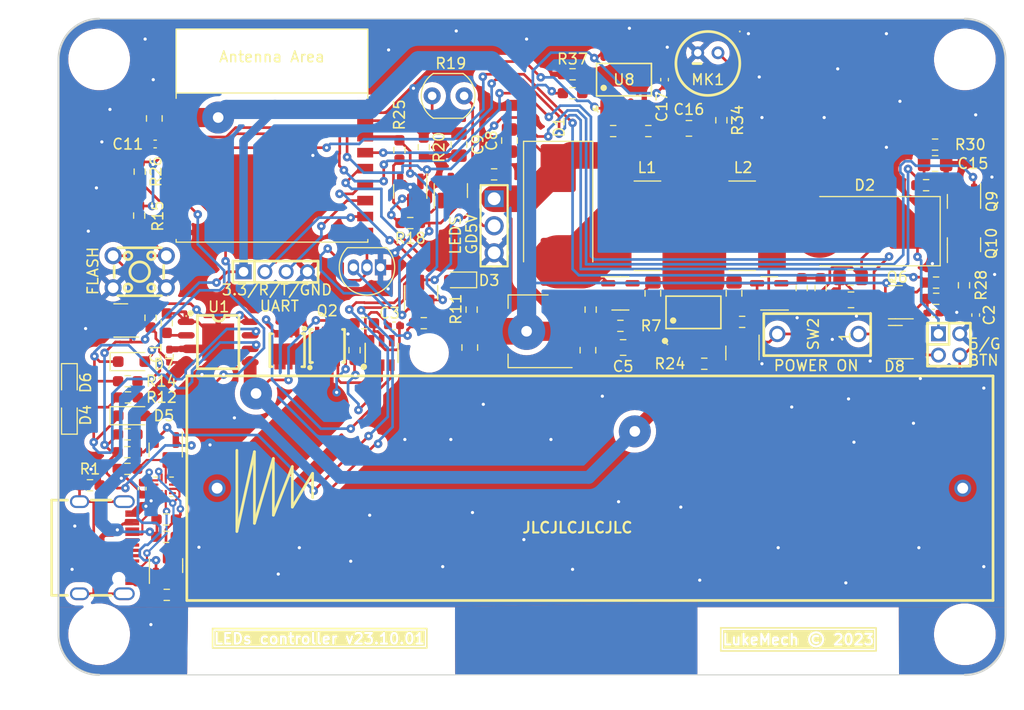
<source format=kicad_pcb>
(kicad_pcb (version 20221018) (generator pcbnew)
  (layers (0 "F.Cu" signal) (31 "B.Cu" signal) (34 "B.Paste" user) (35 "F.Paste" user) (36 "B.SilkS" user "B.Silkscreen") (37 "F.SilkS" user "F.Silkscreen") (38 "B.Mask" user) (39 "F.Mask" user) (44 "Edge.Cuts" user))
  (net 0 "")
  (net 1 "GND")
  (net 2 "VBUS")
  (net 3 "PowerControl")
  (net 4 "Net-(U2-GND)")
  (net 5 "Net-(U2-VCC)")
  (net 6 "VBAT+")
  (net 7 "+5V")
  (net 8 "ADC_BRIGHT")
  (net 9 "CPU_FLASH")
  (net 10 "+3.3V")
  (net 11 "ADC_BAT")
  (net 12 "Net-(D1-A)")
  (net 13 "Net-(D2-A)")
  (net 14 "Net-(D3-A)")
  (net 15 "DET_U1.CHRG")
  (net 16 "Net-(D4-A)")
  (net 17 "DET_U1.STDBY")
  (net 18 "U1.CHRG")
  (net 19 "CTRL_POWER_EN")
  (net 20 "Net-(Q6-G)")
  (net 21 "Net-(D6-A)")
  (net 23 "CC1")
  (net 27 "TXD")
  (net 28 "RXD")
  (net 29 "Net-(Q3-D)")
  (net 30 "Net-(Q1-G)")
  (net 31 "Net-(Q1-D-Pad5)")
  (net 32 "Net-(Q2-G)")
  (net 33 "CTRL_LEDS")
  (net 34 "CTRL_ADC_EN")
  (net 35 "Net-(Q4-D)")
  (net 36 "Net-(Q5-D)")
  (net 37 "DET_SW1")
  (net 38 "Net-(Q7-G)")
  (net 39 "Net-(Q7-D)")
  (net 40 "Net-(Q10-G)")
  (net 41 "Net-(Q10-D)")
  (net 42 "Net-(U1-PROG)")
  (net 43 "Net-(U2-VM)")
  (net 44 "Net-(U3-FB)")
  (net 45 "Net-(U4-FB)")
  (net 46 "DET_U7.TEMP")
  (net 50 "Net-(J1-Shield-Pad0)")
  (net 51 "U1.STDBY")
  (net 52 "Net-(D8-A)")
  (net 53 "Net-(Q11-D)")
  (net 54 "Net-(MK1-+)")
  (net 55 "ADC_MIC")
  (net 56 "Net-(C16-Pad2)")
  (net 57 "Net-(U8-INAN)")
  (net 58 "Net-(U8-INAP)")
  (net 64 "CC2")
  (net 65 "DET_U9.OUT1")
  (net 66 "Net-(Q12-D)")
  (net 67 "DET_U9.OUT2")
  (net 68 "Net-(Q13-D)")
  (net 70 "Net-(U9-VBUS_DET)")
  (footprint "footprint:BAT-TH_BH-18650-A1AJ005" (layer "F.Cu") (at 108.307492 115.824)
    (fp_text reference "V1" hide)
    (fp_text value "18650")
  )
  (footprint "Resistor_SMD:R_0603_1608Metric_Pad0.98x0.95mm_HandSolder" (layer "F.Cu") (at 64.92 105.78 180)
    (fp_text reference "R14")
    (fp_text value "100")
  )
  (footprint "Package_TO_SOT_SMD:SOT-23" (layer "F.Cu") (at 68.48 112.24 -90)
    (fp_text reference "Q12" hide)
    (fp_text value "BSS138")
  )
  (footprint "footprint:HDR-TH_4P-P2.00-V-M" (layer "F.Cu") (at 78.788 95.504)
    (fp_text reference "J2" hide)
    (fp_text value "UART")
  )
  (footprint "Resistor_SMD:R_0603_1608Metric_Pad0.98x0.95mm_HandSolder" (layer "F.Cu") (at 68.58 100.33 90)
    (fp_text reference "R4" hide)
    (fp_text value "1.2k")
  )
  (footprint "Package_TO_SOT_SMD:SOT-23-6" (layer "F.Cu") (at 125.14 97.536 180)
    (fp_text reference "U4" hide)
    (fp_text value "MT3608")
  )
  (footprint "Resistor_SMD:R_0603_1608Metric_Pad0.98x0.95mm_HandSolder" (layer "F.Cu") (at 90.424 84.074 90)
    (fp_text reference "R25")
    (fp_text value "10k")
  )
  (footprint "Capacitor_SMD:C_0805_2012Metric_Pad1.18x1.45mm_HandSolder" (layer "F.Cu") (at 67.41 81.11 90)
    (fp_text reference "C12" hide)
    (fp_text value "10uF")
  )
  (footprint "Capacitor_SMD:C_0402_1005Metric_Pad0.74x0.62mm_HandSolder" (layer "F.Cu") (at 67.49 83.51)
    (fp_text reference "C11")
    (fp_text value "0.1uF")
  )
  (footprint "Resistor_SMD:R_0603_1608Metric_Pad0.98x0.95mm_HandSolder" (layer "F.Cu") (at 122.6 100.21 180)
    (fp_text reference "R23" hide)
    (fp_text value "1M")
  )
  (footprint "Capacitor_SMD:C_0805_2012Metric_Pad1.18x1.45mm_HandSolder" (layer "F.Cu") (at 132.78 96.04 180)
    (fp_text reference "C7" hide)
    (fp_text value "22uF")
  )
  (footprint "Package_TO_SOT_SMD:SOT-23" (layer "F.Cu") (at 92.456 97.4575 90)
    (fp_text reference "Q3" hide)
    (fp_text value "BSS138")
  )
  (footprint "footprint:POWERVDFN-8_L3.2-W3.1-P0.65-LS3.3-BL-1" (layer "F.Cu") (at 83.669492 102.468046)
    (fp_text reference "Q2")
    (fp_text value "G30N03D3")
  )
  (footprint "Package_DFN_QFN:Texas_X2QFN-12_1.6x1.6mm_P0.4mm" (layer "F.Cu") (at 68.29 115.69 90)
    (fp_text reference "U9" hide)
    (fp_text value "TUSB321")
  )
  (footprint "Capacitor_SMD:C_0402_1005Metric_Pad0.74x0.62mm_HandSolder" (layer "F.Cu") (at 66.27 115.86 -90)
    (fp_text reference "C19" hide)
    (fp_text value "0.1uF")
  )
  (footprint "LED_SMD:LED_0603_1608Metric_Pad1.05x0.95mm_HandSolder" (layer "F.Cu") (at 59.436 105.791 -90)
    (fp_text reference "D6")
    (fp_text value "WHITE")
  )
  (footprint "Package_TO_SOT_THT:TO-92_Inline" (layer "F.Cu") (at 88.646 95.0932 180)
    (fp_text reference "U7" hide)
    (fp_text value "DS18B20")
  )
  (footprint "Diode_SMD:D_SOD-323_HandSoldering" (layer "F.Cu") (at 65.27 103.94)
    (fp_text reference "D7")
    (fp_text value "SD103AWS")
  )
  (footprint "Resistor_SMD:R_0603_1608Metric_Pad0.98x0.95mm_HandSolder" (layer "F.Cu") (at 139.872 87.376 180)
    (fp_text reference "R29" hide)
    (fp_text value "40.2k")
  )
  (footprint "MountingHole:MountingHole_3.2mm_M3" (layer "F.Cu") (at 93.218 103.124)
    (fp_text reference "H5" hide)
    (fp_text value "MountingHole")
  )
  (footprint "Capacitor_SMD:C_0402_1005Metric_Pad0.74x0.62mm_HandSolder" (layer "F.Cu") (at 68.834 103.378 -90)
    (fp_text reference "C1")
    (fp_text value "0.1uF")
  )
  (footprint "footprint:SOT-23-6_L2.9-W1.6-P0.95-LS2.8-BL" (layer "F.Cu") (at 88.749492 103.124)
    (fp_text reference "U2" hide)
    (fp_text value "DW01A")
  )
  (footprint "Inductor_SMD:L_Bourns-SRN8040_8x8.15mm" (layer "F.Cu") (at 122.6 91.186)
    (fp_text reference "L2")
    (fp_text value "22uH")
  )
  (footprint "Package_TO_SOT_SMD:SOT-23" (layer "F.Cu") (at 143.428 88.9 -90)
    (fp_text reference "Q9")
    (fp_text value "BSS138")
  )
  (footprint "Resistor_SMD:R_0603_1608Metric_Pad0.98x0.95mm_HandSolder" (layer "F.Cu") (at 140.716 83.566)
    (fp_text reference "R30")
    (fp_text value "10k")
  )
  (footprint "MountingHole:MountingHole_5.3mm_M5" (layer "F.Cu") (at 143.51 75.565)
    (fp_text reference "H3" hide)
    (fp_text value "MountingHole")
  )
  (footprint "Capacitor_SMD:C_0805_2012Metric_Pad1.18x1.45mm_HandSolder" (layer "F.Cu") (at 96.012 83.566 90)
    (fp_text reference "C9")
    (fp_text value "10uF")
  )
  (footprint "Capacitor_SMD:C_0805_2012Metric_Pad1.18x1.45mm_HandSolder" (layer "F.Cu") (at 111.424 102.616)
    (fp_text reference "C5")
    (fp_text value "22uF")
  )
  (footprint "MountingHole:MountingHole_5.3mm_M5" (layer "F.Cu") (at 143.51 129.54)
    (fp_text reference "H4" hide)
    (fp_text value "MountingHole")
  )
  (footprint "Inductor_SMD:L_Bourns-SRN8040_8x8.15mm" (layer "F.Cu") (at 113.71 91.186 180)
    (fp_text reference "L1")
    (fp_text value "22uH")
  )
  (footprint "Resistor_SMD:R_0603_1608Metric_Pad0.98x0.95mm_HandSolder" (layer "F.Cu") (at 106.68 78.74)
    (fp_text reference "R36" hide)
    (fp_text value "10k")
  )
  (footprint "footprint:SOP-8_L4.9-W3.9-P1.27-LS6.0-TL-EP" (layer "F.Cu") (at 73.406 102.108)
    (fp_text reference "U1")
    (fp_text value "TP4056")
  )
  (footprint "PCM_Espressif:ESP32-C3-WROOM-02" (layer "F.Cu") (at 78.458 85.722)
    (fp_text reference "U5" hide)
    (fp_text value "ESP32-C3-WROOM-02")
  )
  (footprint "Resistor_SMD:R_0603_1608Metric_Pad0.98x0.95mm_HandSolder" (layer "F.Cu") (at 119.044008 104.14)
    (fp_text reference "R24")
    (fp_text value "1M")
  )
  (footprint "footprint:POWERVDFN-8_L3.2-W3.1-P0.65-LS3.3-BL-1" (layer "F.Cu") (at 79.859365 102.87 180)
    (fp_text reference "Q1" hide)
    (fp_text value "G30N03D3")
  )
  (footprint "footprint:SOP-8_L4.9-W3.9-P1.27-LS6.0-BL" (layer "F.Cu") (at 111.506 77.47)
    (fp_text reference "U8")
    (fp_text value "LM358S")
  )
  (footprint "footprint:SW-TH_4P-L4.5-W4.5-P3.00-LS5.0" (layer "F.Cu") (at 66.04 95.504 180)
    (fp_text reference "SW3" hide)
    (fp_text value "~")
  )
  (footprint "Capacitor_SMD:C_0805_2012Metric_Pad1.18x1.45mm_HandSolder" (layer "F.Cu") (at 100.756 83.185 90)
    (fp_text reference "C8")
    (fp_text value "10uF")
  )
  (footprint "Capacitor_SMD:C_0805_2012Metric_Pad1.18x1.45mm_HandSolder" (layer "F.Cu") (at 140.716 85.344 180)
    (fp_text reference "C15")
    (fp_text value "10uF")
  )
  (footprint "Package_TO_SOT_SMD:SOT-23" (layer "F.Cu") (at 136.9845 98.364 180)
    (fp_text reference "Q6")
    (fp_text value "BSS138")
  )
  (footprint "Capacitor_SMD:C_0402_1005Metric_Pad0.74x0.62mm_HandSolder" (layer "F.Cu") (at 115.316 77.47 90)
    (fp_text reference "C17")
    (fp_text value "0.1uF")
  )
  (footprint "Resistor_SMD:R_0603_1608Metric_Pad0.98x0.95mm_HandSolder" (layer "F.Cu") (at 140.8195 98.044)
    (fp_text reference "R21" hide)
    (fp_text value "1M")
  )
  (footprint "Capacitor_SMD:C_0805_2012Metric_Pad1.18x1.45mm_HandSolder" (layer "F.Cu") (at 97.028 102.616 -90)
    (fp_text reference "C14" hide)
    (fp_text value "10uF")
  )
  (footprint "footprint:MIC-TH_BD6.0_B6027AP383-056" (layer "F.Cu") (at 119.38 74.946)
    (fp_text reference "MK1")
    (fp_text value "Microphone")
  )
  (footprint "Diode_SMD:D_SOD-323_HandSoldering" (layer "F.Cu") (at 65.2625 109.02)
    (fp_text reference "D5")
    (fp_text value "SD103AWS")
  )
  (footprint "Package_TO_SOT_SMD:SOT-23" (layer "F.Cu") (at 143.428 92.964 90)
    (fp_text reference "Q10")
    (fp_text value "SI2303")
  )
  (footprint "Resistor_SMD:R_0603_1608Metric_Pad0.98x0.95mm_HandSolder" (layer "F.Cu") (at 61.37 115.55 180)
    (fp_text reference "R1")
    (fp_text value "1M")
  )
  (footprint "Resistor_SMD:R_0603_1608Metric_Pad0.98x0.95mm_HandSolder" (layer "F.Cu") (at 66.04 86.106 -90)
    (fp_text reference "R26")
    (fp_text value "10k")
  )
  (footprint "Resistor_SMD:R_0603_1608Metric_Pad0.98x0.95mm_HandSolder" (layer "F.Cu") (at 68.53 118.76)
    (fp_text reference "R32" hide)
    (fp_text value "10k")
  )
  (footprint "Capacitor_SMD:C_0805_2012Metric_Pad1.18x1.45mm_HandSolder" (layer "F.Cu") (at 121.838 97.536 -90)
    (fp_text reference "C6" hide)
    (fp_text value "22uF")
  )
  (footprint "Resistor_SMD:R_0603_1608Metric_Pad0.98x0.95mm_HandSolder" (layer "F.Cu") (at 120.65 81.28 -90)
    (fp_text reference "R34")
    (fp_text value "10k")
  )
  (footprint "Capacitor_SMD:C_0805_2012Metric_Pad1.18x1.45mm_HandSolder" (layer "F.Cu") (at 108.122 102.87 -90)
    (fp_text reference "C13" hide)
    (fp_text value "10uF")
  )
  (footprint "Resistor_SMD:R_0603_1608Metric_Pad0.98x0.95mm_HandSolder" (layer "F.Cu") (at 113.792 82.296)
    (fp_text reference "R35" hide)
    (fp_text value "1k")
  )
  (footprint "Package_TO_SOT_SMD:SOT-23" (layer "F.Cu") (at 68.51 123.09 90)
    (fp_text reference "Q13" hide)
    (fp_text value "BSS138")
  )
  (footprint "Resistor_SMD:R_0603_1608Metric_Pad0.98x0.95mm_HandSolder" (layer "F.Cu") (at 97.2 99.06 90)
    (fp_text reference "R11")
    (fp_text value "24")
  )
  (footprint "Resistor_SMD:R_0603_1608Metric_Pad0.98x0.95mm_HandSolder" (layer "F.Cu") (at 99.314 86.36 180)
    (fp_text reference "R17" hide)
    (fp_text value "10k")
  )
  (footprint "Resistor_SMD:R_0603_1608Metric_Pad0.98x0.95mm_HandSolder" (layer "F.Cu") (at 68.51 120.39)
    (fp_text reference "R2" hide)
    (fp_text value "866k")
  )
  (footprint "Resistor_SMD:R_0603_1608Metric_Pad0.98x0.95mm_HandSolder" (layer "F.Cu") (at 87.122 100.33 180)
    (fp_text reference "R6" hide)
    (fp_text value "100")
  )
  (footprint "LED_SMD:LED_0603_1608Metric_Pad1.05x0.95mm_HandSolder" (layer "F.Cu") (at 59.436 109.093 90)
    (fp_text reference "D4")
    (fp_text value "BLUE")
  )
  (footprint "Resistor_SMD:R_0603_1608Metric_Pad0.98x0.95mm_HandSolder" (layer "F.Cu") (at 64.91 110.77)
    (fp_text reference "R13" hide)
    (fp_text value "10k")
  )
  (footprint "Capacitor_SMD:C_0402_1005Metric_Pad0.74x0.62mm_HandSolder" (layer "F.Cu") (at 140.55 99.39)
    (fp_text reference "C18" hide)
    (fp_text value "0.1uF")
  )
  (footprint "OptoDevice:R_LDR_5.0x4.1mm_P3mm_Vertical" (layer "F.Cu") (at 96.496 78.994 180)
    (fp_text reference "R19")
    (fp_text value "100k~200k")
  )
  (footprint "Package_TO_SOT_SMD:SOT-223-3_TabPin2" (layer "F.Cu") (at 102.534 101.092 180)
    (fp_text reference "U6" hide)
    (fp_text value "AMS1117-3.3")
  )
  (footprint "footprint:SOP-8_L4.9-W3.9-P1.27-LS6.0-BL" (layer "F.Cu") (at 118.028008 99.314)
    (fp_text reference "Q8" hide)
    (fp_text value "AO4407C")
  )
  (footprint "Resistor_SMD:R_0603_1608Metric_Pad0.98x0.95mm_HandSolder" (layer "F.Cu") (at 64.89 114.01)
    (fp_text reference "R3" hide)
    (fp_text value "10k")
  )
  (footprint "Resistor_SMD:R_0603_1608Metric_Pad0.98x0.95mm_HandSolder" (layer "F.Cu") (at 140.8095 96.52)
    (fp_text reference "R22" hide)
    (fp_text value "10k")
  )
  (footprint "Capacitor_SMD:C_0805_2012Metric_Pad1.18x1.45mm_HandSolder" (layer "F.Cu") (at 114.218 97.536 -90)
    (fp_text reference "C4" hide)
    (fp_text value "22uF")
  )
  (footprint "Resistor_SMD:R_0603_1608Metric_Pad0.98x0.95mm_HandSolder" (layer "F.Cu") (at 64.88 112.44)
    (fp_text reference "R16" hide)
    (fp_text value "10k")
  )
  (footprint "Package_TO_SOT_SMD:SOT-23-6" (layer "F.Cu") (at 111.17 97.536)
    (fp_text reference "U3" hide)
    (fp_text value "MT3608")
  )
  (footprint "Resistor_SMD:R_0603_1608Metric_Pad0.98x0.95mm_HandSolder" (layer "F.Cu") (at 106.68 76.962)
    (fp_text reference "R37")
    (fp_text value "10k")
  )
  (footprint "Package_TO_SOT_SMD:SOT-23" (layer "F.Cu") (at 91.44 87.9625 -90)
    (fp_text reference "Q4" hide)
    (fp_text value "BSS138")
  )
  (footprint "Resistor_SMD:R_0603_1608Metric_Pad0.98x0.95mm_HandSolder" (layer "F.Cu") (at 64.94 107.3 180)
    (fp_text reference "R12")
    (fp_text value "100")
  )
  (footprint "Resistor_SMD:R_0603_1608Metric_Pad0.98x0.95mm_HandSolder" (layer "F.Cu") (at 86.209492 102.87 -90)
    (fp_text reference "R5" hide)
    (fp_text value "1.2k")
  )
  (footprint "Package_TO_SOT_SMD:SOT-23" (layer "F.Cu") (at 122.63 103.13 -90)
    (fp_text reference "Q7" hide)
    (fp_text value "BSS138")
  )
  (footprint "Resistor_SMD:R_0603_1608Metric_Pad0.98x0.95mm_HandSolder" (layer "F.Cu") (at 91.44 90.932 180)
    (fp_text reference "R18")
    (fp_text value "1M")
  )
  (footprint "Resistor_SMD:R_0603_1608Metric_Pad0.98x0.95mm_HandSolder" (layer "F.Cu") (at 143.428 96.774 90)
    (fp_text reference "R28")
    (fp_text value "1M")
  )
  (footprint "Resistor_SMD:R_0603_1608Metric_Pad0.98x0.95mm_HandSolder" (layer "F.Cu") (at 129.966 97.028 90)
    (fp_text reference "R10" hide)
    (fp_text value "40.2k")
  )
  (footprint "Resistor_SMD:R_0603_1608Metric_Pad0.98x0.95mm_HandSolder" (layer "F.Cu") (at 92.71 100.33 180)
    (fp_text reference "R27" hide)
    (fp_text value "5.1k")
  )
  (footprint "Resistor_SMD:R_0603_1608Metric_Pad0.98x0.95mm_HandSolder" (layer "F.Cu") (at 110.49 82.296)
    (fp_text reference "R38" hide)
    (fp_text value "40.2k")
  )
  (footprint "Resistor_SMD:R_0603_1608Metric_Pad0.98x0.95mm_HandSolder" (layer "F.Cu") (at 65.99 90.23 90)
    (fp_text reference "R15")
    (fp_text value "10k")
  )
  (footprint "Capacitor_SMD:C_0805_2012Metric_Pad1.18x1.45mm_HandSolder" (layer "F.Cu") (at 132.82 98.14)
    (fp_text reference "C10" hide)
    (fp_text value "10uF")
  )
  (footprint "footprint:USB-C_SMD-TYPE-C-31-M-12" (layer "F.Cu") (at 62.865 121.412 -90)
    (fp_text reference "J1" hide)
    (fp_text value "USB C")
  )
  (footprint "Diode_SMD:D_SMC_Handsoldering" (layer "F.Cu") (at 105.328 90.17 -90)
    (fp_text reference "D1")
    (fp_text value "SS86C")
  )
  (footprint "MountingHole:MountingHole_5.3mm_M5" (layer "F.Cu") (at 62.23 75.565)
    (fp_text reference "H1" hide)
    (fp_text value "MountingHole")
  )
  (footprint "Package_TO_SOT_SMD:SOT-23" (layer "F.Cu") (at 64.262 100.076 180)
    (fp_text reference "Q11" hide)
    (fp_text value "BSS138")
  )
  (footprint "footprint:HDR-TH_4P-P2.00-V-M-R2-C2-S2.00" (layer "F.Cu") (at 142.03 102.33 -90)
    (fp_text reference "SW1" hide)
    (fp_text value "4-pin")
  )
  (footprint "LED_SMD:LED_0603_1608Metric_Pad1.05x0.95mm_HandSolder" (layer "F.Cu") (at 96.012 96.266 180)
    (fp_text reference "D3")
    (fp_text value "BLUE")
  )
  (footprint "Resistor_SMD:R_0603_1608Metric_Pad0.98x0.95mm_HandSolder" (layer "F.Cu") (at 68.58 125.84)
    (fp_text reference "R31" hide)
    (fp_text value "10k")
  )
  (footprint "Resistor_SMD:R_0603_1608Metric_Pad0.98x0.95mm_HandSolder" (layer "F.Cu") (at 92.71 83.82 -90)
    (fp_text reference "R20")
    (fp_text value "40.2k")
  )
  (footprint "Diode_SMD:D_SMC_Handsoldering" (layer "F.Cu") (at 134.284 91.694 180)
    (fp_text reference "D2")
    (fp_text value "SS86C")
  )
  (footprint "Resistor_SMD:R_0603_1608Metric_Pad0.98x0.95mm_HandSolder" (layer "F.Cu") (at 111.17 100.584)
    (fp_text reference "R7")
    (fp_text value "5.1k")
  )
  (footprint "Resistor_SMD:R_0603_1608Metric_Pad0.98x0.95mm_HandSolder" (layer "F.Cu") (at 128.188 97.028 -90)
    (fp_text reference "R9" hide)
    (fp_text value "5.1k")
  )
  (footprint "Capacitor_SMD:C_0805_2012Metric_Pad1.18x1.45mm_HandSolder" (layer "F.Cu") (at 117.602 82.042 180)
    (fp_text reference "C16")
    (fp_text value "10uF")
  )
  (footprint "Resistor_SMD:R_0603_1608Metric_Pad0.98x0.95mm_HandSolder" (layer "F.Cu") (at 108.376 99.06 -90)
    (fp_text reference "R8" hide)
    (fp_text value "40.2k")
  )
  (footprint "Capacitor_SMD:C_0402_1005Metric_Pad0.74x0.62mm_HandSolder" (layer "F.Cu") (at 89.916 100.584)
    (fp_text reference "C3")
    (fp_text value "0.1uF")
  )
  (footprint "footprint:SW-TH_KF1001-01P-B0-FL-ON-01B" (layer "F.Cu") (at 129.712 101.346 90)
    (fp_text reference "SW2")
    (fp_text value "~")
  )
  (footprint "Package_TO_SOT_SMD:SOT-23" (layer "F.Cu") (at 95.25 87.884 90)
    (fp_text reference "Q5" hide)
    (fp_text value "SI2303")
  )
  (footprint "MountingHole:MountingHole_5.3mm_M5" (layer "F.Cu") (at 62.23 129.54)
    (fp_text reference "H2" hide)
    (fp_text value "MountingHole")
  )
  (footprint "Package_TO_SOT_SMD:SOT-23" (layer "F.Cu") (at 136.9845 102.108 180)
    (fp_text reference "D8")
    (fp_text value "BAT54C")
  )
  (footprint "Capacitor_SMD:C_0402_1005Metric_Pad0.74x0.62mm_HandSolder" (layer "F.Cu") (at 144.526 99.568 90)
    (fp_text reference "C2")
    (fp_text value "0.1uF")
  )
  (footprint "Resistor_SMD:R_0603_1608Metric_Pad0.98x0.95mm_HandSolder" (layer "F.Cu") (at 67.056 99.822 90)
    (fp_text reference "R33" hide)
    (fp_text value "10k")
  )
  (footprint "footprint:HDR-TH_3P-P2.54-V-M-1" (layer "F.Cu") (at 99.314 91.186 -90)
    (fp_text reference "J3" hide)
    (fp_text value "LEDs")
  )
  (gr_rect (start 120.5888 128.9376) (end 135.1788 131.1076) (stroke (width 0.15)) (fill none) (layer "F.SilkS"))
  (gr_rect (start 72.8824 129) (end 93 130.83) (stroke (width 0.15)) (fill none) (layer "F.SilkS"))
  (gr_arc (start 147.32 129.54) (mid 146.204077 132.234076) (end 143.51 133.35) (stroke (width 0.2)) (layer "Edge.Cuts"))
  (gr_arc (start 62.23 133.35) (mid 59.535924 132.234077) (end 58.42 129.54) (stroke (width 0.2)) (layer "Edge.Cuts"))
  (gr_arc (start 58.42 75.565) (mid 59.535923 72.870924) (end 62.23 71.755) (stroke (width 0.2)) (layer "Edge.Cuts"))
  (gr_line (start 62.23 133.35) (end 143.51 133.35) (stroke (width 0.1)) (layer "Edge.Cuts"))
  (gr_line (start 58.42 129.54) (end 58.42 75.565) (stroke (width 0.2)) (layer "Edge.Cuts"))
  (gr_arc (start 143.51 71.755) (mid 146.204076 72.870923) (end 147.32 75.565) (stroke (width 0.2)) (layer "Edge.Cuts"))
  (gr_line (start 143.51 71.755) (end 62.23 71.755) (stroke (width 0.1)) (layer "Edge.Cuts"))
  (gr_line (start 147.32 129.54) (end 147.32 75.565) (stroke (width 0.2)) (layer "Edge.Cuts"))
  (gr_text "3.3/R/T/GND" (at 73.66 97.79) (layer "F.SilkS") (effects (font (size 1 1)) (justify left bottom)))
  (gr_text "POWER ON" (at 125.476 104.902) (layer "F.SilkS") (effects (font (size 1 1)) (justify left bottom)))
  (gr_text "LEDs controller v23.10.01\n\n\n" (at 72.894 131.57) (layer "F.SilkS" knockout) (effects (font (size 1 1) (thickness 0.2) bold) (justify left)))
  (gr_text "5/G" (at 143.764 102.87) (layer "F.SilkS") (effects (font (size 1 1)) (justify left bottom)))
  (gr_text "LukeMech © 2023   " (at 120.6508 130.0426) (layer "F.SilkS" knockout) (effects (font (size 1 1) (thickness 0.2) bold) (justify left)))
  (gr_text "GD5V" (at 97.79 93.98 90) (layer "F.SilkS") (effects (font (size 1 1)) (justify left bottom)))
  (gr_text "JLCJLCJLCJLC" (at 107.1372 120.1166) (layer "F.SilkS") (effects (font (size 1 1) (thickness 0.2)) (justify bottom)))
  (gr_text "BTN" (at 143.764 104.394) (layer "F.SilkS") (effects (font (size 1 1)) (justify left bottom)))
  (gr_text "LEDS" (at 96.266 93.98 90) (layer "F.SilkS") (effects (font (size 1 1)) (justify left bottom)))
  (gr_text "UART" (at 77.216 99.314) (layer "F.SilkS") (effects (font (size 1 1)) (justify left bottom)))
  (gr_text "FLASH" (at 62.23 97.79 90) (layer "F.SilkS") (effects (font (size 1 1)) (justify left bottom)))
  (segment (start 69.77 116.592766) (end 69.137117 117.225649) (width 0.2) (layer "F.Cu") (net 1))
  (segment (start 113.411004 79.883004) (end 113.411004 80.152499) (width 0.25) (layer "F.Cu") (net 1))
  (segment (start 112.0825 100.584) (end 112.2075 100.584) (width 0.25) (layer "F.Cu") (net 1))
  (segment (start 67.11 117.030617) (end 66.619863 117.520754) (width 0.8) (layer "F.Cu") (net 1))
  (segment (start 141.722 98.034) (end 141.732 98.044) (width 0.25) (layer "F.Cu") (net 1))
  (segment (start 141.732 98.044) (end 141.986 98.044) (width 0.25) (layer "F.Cu") (net 1))
  (segment (start 66.233972 117.520754) (end 65.642637 118.112089) (width 0.8) (layer "F.Cu") (net 1))
  (segment (start 111.125 98.244249) (end 110.416751 97.536) (width 0.25) (layer "F.Cu") (net 1))
  (segment (start 66.929243 114.633257) (end 66.27 115.2925) (width 0.25) (layer "F.Cu") (net 1))
  (segment (start 115.2125 99.568) (end 114.218 98.5735) (width 0.25) (layer "F.Cu") (net 1))
  (segment (start 70.406 100.202996) (end 71.500996 100.202996) (width 0.25) (layer "F.Cu") (net 1))
  (segment (start 67.41 83.0225) (end 66.9225 83.51) (width 0.25) (layer "F.Cu") (net 1))
  (segment (start 127.0175 99.111) (end 122.3755 99.111) (width 0.25) (layer "F.Cu") (net 1))
  (segment (start 69.115 115.89) (end 69.534975 115.89) (width 0.2) (layer "F.Cu") (net 1))
  (segment (start 112.4615 100.963) (end 112.0825 100.584) (width 0.25) (layer "F.Cu") (net 1))
  (segment (start 112.0825 100.584) (end 111.125 99.6265) (width 0.25) (layer "F.Cu") (net 1))
  (segment (start 95.883 84.7325) (end 96.012 84.6035) (width 0.25) (layer "F.Cu") (net 1))
  (segment (start 111.125 99.6265) (end 111.125 98.244249) (width 0.25) (layer "F.Cu") (net 1))
  (segment (start 128.188 97.9405) (end 129.0005 98.753) (width 0.25) (layer "F.Cu") (net 1))
  (segment (start 141.7535 83.691) (end 141.6285 83.566) (width 0.25) (layer "F.Cu") (net 1))
  (segment (start 91.44 87.563) (end 91.512251 87.563) (width 0.25) (layer "F.Cu") (net 1))
  (segment (start 68.54 97.004) (end 68.54 96.9175) (width 0.25) (layer "F.Cu") (net 1))
  (segment (start 66.3075 115.49) (end 66.21 115.3925) (width 0.2) (layer "F.Cu") (net 1))
  (segment (start 130.87 98.38) (end 130.87 97.426827) (width 0.25) (layer "F.Cu") (net 1))
  (segment (start 67.41 82.1475) (end 67.41 83.0225) (width 0.25) (layer "F.Cu") (net 1))
  (segment (start 131.7425 97.09) (end 131.7425 96.04) (width 0.25) (layer "F.Cu") (net 1))
  (segment (start 130.87 97.426827) (end 131.206827 97.09) (width 0.25) (layer "F.Cu") (net 1))
  (segment (start 130.497 98.753) (end 130.87 98.38) (width 0.25) (layer "F.Cu") (net 1))
  (segment (start 133.8425 98.14) (end 133.8575 98.14) (width 0.25) (layer "F.Cu") (net 1))
  (segment (start 66.375 128.335) (end 66.67 128.63) (width 0.6) (layer "F.Cu") (net 1))
  (segment (start 111.17 103.9075) (end 112.4615 102.616) (width 0.25) (layer "F.Cu") (net 1))
  (segment (start 112.2075 100.584) (end 114.218 98.5735) (width 0.25) (layer "F.Cu") (net 1))
  (segment (start 70.338501 102.8105) (end 70.406 102.743001) (width 0.25) (layer "F.Cu") (net 1))
  (segment (start 129.0005 98.753) (end 130.497 98.753) (width 0.25) (layer "F.Cu") (net 1))
  (segment (start 90.49 87.025) (end 90.902 87.025) (width 0.25) (layer "F.Cu") (net 1))
  (segment (start 73.406 103.632) (end 73.406 102.108) (width 1.2) (layer "F.Cu") (net 1))
  (segment (start 62.2825 115.55) (end 62.2825 114.8605) (width 0.25) (layer "F.Cu") (net 1))
  (segment (start 121.838 98.5735) (end 121.6445 98.5735) (width 0.25) (layer "F.Cu") (net 1))
  (segment (start 66.929243 114.331322) (end 66.929243 114.633257) (width 0.25) (layer "F.Cu") (net 1))
  (segment (start 90.902 87.025) (end 91.44 87.563) (width 0.25) (layer "F.Cu") (net 1))
  (segment (start 120.65 99.568) (end 115.2125 99.568) (width 0.25) (layer "F.Cu") (net 1))
  (segment (start 108.122 103.9075) (end 111.17 103.9075) (width 0.25) (layer "F.Cu") (net 1))
  (segment (start 66.67 128.63) (end 67.09 128.63) (width 0.25) (layer "F.Cu") (net 1))
  (segment (start 128.188 97.9405) (end 127.7835 97.536) (width 0.25) (layer "F.Cu") (net 1))
  (segment (start 121.838 98.5735) (end 121.838 100.1795) (width 0.25) (layer "F.Cu") (net 1))
  (segment (start 127.7835 97.536) (end 126.2775 97.536) (width 0.25) (layer "F.Cu") (net 1))
  (segment (start 72.770999 102.743001) (end 73.406 102.108) (width 0.8) (layer "F.Cu") (net 1))
  (segment (start 131.206827 97.09) (end 131.7425 97.09) (width 0.25) (layer "F.Cu") (net 1))
  (segment (start 70.406 102.743001) (end 72.770999 102.743001) (width 0.8) (layer "F.Cu") (net 1))
  (segment (start 121.65 100.3675) (end 121.6875 100.33) (width 0.25) (layer "F.Cu") (net 1))
  (segment (start 67.11 117.01) (end 67.11 117.030617) (width 0.8) (layer "F.Cu") (net 1))
  (segment (start 122.3755 99.111) (end 121.838 98.5735) (width 0.25) (layer "F.Cu") (net 1))
  (segment (start 66.84 115.284975) (end 67.045025 115.49) (width 0.2) (layer "F.Cu") (net 1))
  (segment (start 121.6445 98.5735) (end 120.65 99.568) (width 0.25) (layer "F.Cu") (net 1))
  (segment (start 128.188 97.9405) (end 127.0175 99.111) (width 0.25) (layer "F.Cu") (net 1))
  (segment (start 121.65 102.108) (end 121.65 100.3675) (width 0.25) (layer "F.Cu") (net 1))
  (segment (start 85.593873 101.346) (end 85.597992 101.346) (width 0.25) (layer "F.Cu") (net 1))
  (segment (start 66.619863 117.520754) (end 66.233972 117.520754) (width 0.8) (layer "F.Cu") (net 1))
  (segment (start 110.416751 97.536) (end 110.0325 97.536) (width 0.25) (layer "F.Cu") (net 1))
  (segment (start 91.512251 87.563) (end 92.409251 88.46) (width 0.25) (layer "F.Cu") (net 1))
  (segment (start 69.77 116.125025) (end 69.77 116.592766) (width 0.2) (layer "F.Cu") (net 1))
  (segment (start 85.597992 101.346) (end 86.209492 101.9575) (width 0.25) (layer "F.Cu") (net 1))
  (segment (start 79.534371 101.319962) (end 79.534371 100.434371) (width 0.25) (layer "F.Cu") (net 1))
  (segment (start 66.375 124.745) (end 65.675726 124.745) (width 0.6) (layer "F.Cu") (net 1))
  (segment (start 92.409251 88.46) (end 92.44 88.46) (width 0.25) (layer "F.Cu") (net 1))
  (segment (start 71.500996 100.202996) (end 73.406 102.108) (width 0.25) (layer "F.Cu") (net 1))
  (segment (start 62.2825 114.8605) (end 61.468 114.046) (width 0.25) (layer "F.Cu") (net 1))
  (segment (start 68.58 99.4175) (end 69.620504 99.4175) (width 0.25) (layer "F.Cu") (net 1))
  (segment (start 91.44 87.563) (end 91.518749 87.563) (width 0.25) (layer "F.Cu") (net 1))
  (segment (start 133.33 99.67) (end 133.33 98.6675) (width 0.25) (layer "F.Cu") (net 1))
  (segment (start 133.33 98.6675) (end 133.8575 98.14) (width 0.25) (layer "F.Cu") (net 1))
  (segment (start 66.84 114.420565) (end 66.84 115.284975) (width 0.2) (layer "F.Cu") (net 1))
  (segment (start 66.929243 114.331322) (end 66.84 114.420565) (width 0.2) (layer "F.Cu") (net 1))
  (segment (start 112.4615 102.616) (end 112.4615 100.963) (width 0.25) (layer "F.Cu") (net 1))
  (segment (start 71.882 105.156) (end 73.406 103.632) (width 1.2) (layer "F.Cu") (net 1))
  (segment (start 66.375 124.745) (end 66.375 128.335) (width 0.6) (layer "F.Cu") (net 1))
  (segment (start 96.887 96.266) (end 96.887 96.153005) (width 0.25) (layer "F.Cu") (net 1))
  (segment (start 131.7425 96.04) (end 133.8425 98.14) (width 0.25) (layer "F.Cu") (net 1))
  (segment (start 121.838 100.1795) (end 121.6875 100.33) (width 0.25) (layer "F.Cu") (net 1))
  (segment (start 69.328 92.202) (end 69.708 91.822) (width 0.25) (layer "F.Cu") (net 1))
  (segment (start 69.534975 115.89) (end 69.77 116.125025) (width 0.2) (layer "F.Cu") (net 1))
  (segment (start 108.122 103.9075) (end 107.6065 103.392) (width 0.25) (layer "F.Cu") (net 1))
  (segment (start 68.834 102.8105) (end 70.338501 102.8105) (width 0.25) (layer "F.Cu") (net 1))
  (segment (start 67.045025 115.49) (end 67.465 115.49) (width 0.2) (layer "F.Cu") (net 1))
  (segment (start 107.6065 103.392) (end 105.684 103.392) (width 0.25) (layer "F.Cu") (net 1))
  (segment (start 69.620504 99.4175) (end 70.406 100.202996) (width 0.25) (layer "F.Cu") (net 1))
  (via (at 109.474 107.188) (size 1.2) (drill 0.3) (layers "F.Cu" "B.Cu") (net 1))
  (via (at 110.998 117.094) (size 1.2) (drill 0.3) (layers "F.Cu" "B.Cu") (net 1))
  (via (at 81.026 121.412) (size 1.2) (drill 0.3) (layers "F.Cu" "B.Cu") (net 1))
  (via (at 71.882 105.156) (size 1.2) (drill 0.3) (layers "F.Cu" "B.Cu") (net 1))
  (via (at 144.526 80.772) (size 1.2) (drill 0.3) (layers "F.Cu" "B.Cu") (net 1))
  (via (at 90.932 111.252) (size 1.2) (drill 0.3) (layers "F.Cu" "B.Cu") (net 1))
  (via (at 89.36 97.11) (size 0.8) (drill 0.3) (layers "F.Cu" "B.Cu") (net 1))
  (via (at 74.93 109.22) (size 1.2) (drill 0.3) (layers "F.Cu" "B.Cu") (net 1))
  (via (at 124.46 81.026) (size 1.2) (drill 0.3) (layers "F.Cu" "B.Cu") (net 1))
  (via (at 123.19 73.152) (size 1.2) (drill 0.3) (layers "F.Cu" "B.Cu") (net 1))
  (via (at 67.11 117.01) (size 0.8) (drill 0.3) (layers "F.Cu" "B.Cu") (net 1))
  (via (at 137.414 79.502) (size 1.2) (drill 0.3) (layers "F.Cu" "B.Cu") (net 1))
  (via (at 66.929243 114.331322) (size 0.7) (drill 0.3) (layers "F.Cu" "B.Cu") (net 1))
  (via (at 87.63 118.364) (size 1.2) (drill 0.3) (layers "F.Cu" "B.Cu") (net 1))
  (via (at 131.572 76.454) (size 1.2) (drill 0.3) (layers "F.Cu" "B.Cu") (net 1))
  (via (at 133.33 99.67) (size 0.8) (drill 0.3) (layers "F.Cu" "B.Cu") (net 1))
  (via (at 145.288 123.19) (size 1.2) (drill 0.3) (layers "F.Cu" "B.Cu") (net 1))
  (via (at 102.362 73.66) (size 1.2) (drill 0.3) (layers "F.Cu" "B.Cu") (net 1))
  (via (at 89.408 74.676) (size 1.2) (drill 0.3) (layers "F.Cu" "B.Cu") (net 1))
  (via (at 136.144 83.82) (size 1.2) (drill 0.3) (layers "F.Cu" "B.Cu") (net 1))
  (via (at 115.57 74.422) (size 1.2) (drill 0.3) (layers "F.Cu" "B.Cu") (net 1))
  (via (at 124.206 77.216) (size 1.2) (drill 0.3) (layers "F.Cu" "B.Cu") (net 1))
  (via (at 95.758 72.898) (size 1.2) (drill 0.3) (layers "F.Cu" "B.Cu") (net 1))
  (via (at 79.05 123.89) (size 1.2) (drill 0.3) (layers "F.Cu" "B.Cu") (net 1))
  (via (at 133.096 111.506) (size 1.2) (drill 0.3) (layers "F.Cu" "B.Cu") (net 1))
  (via (at 131.064 101.854) (size 1.2) (drill 0.3) (layers "F.Cu" "B.Cu") (net 1))
  (via (at 94.488 123.19) (size 1.2) (drill 0.3) (layers "F.Cu" "B.Cu") (net 1))
  (via (at 139.33 105.53) (size 1.2) (drill 0.3) (layers "F.Cu" "B.Cu") (net 1))
  (via (at 125.984 121.412) (size 1.2) (drill 0.3) (layers "F.Cu" "B.Cu") (net 1))
  (via (at 69.137117 117.225649) (size 0.7) (drill 0.3) (layers "F.Cu" "B.Cu") (net 1))
  (via (at 139.192 121.412) (size 1.2) (drill 0.3) (layers "F.Cu" "B.Cu") (net 1))
  (via (at 145.288 106.426) (size 1.2) (drill 0.3) (layers "F.Cu" "B.Cu") (net 1))
  (via (at 61.468 114.046) (size 1.2) (drill 0.3) (layers "F.Cu" "B.Cu") (net 1))
  (via (at 146.304 95.758) (size 1.2) (drill 0.3) (layers "F.Cu" "B.Cu") (net 1))
  (via (at 118.618 124.46) (size 1.2) (drill 0.3) (layers "F.Cu" "B.Cu") (net 1))
  (via (at 97.282 118.11) (size 1.2) (drill 0.3) (layers "F.Cu" "B.Cu") (net 1))
  (via (at 67.09 128.63) (size 1.2) (drill 0.3) (layers "F.Cu" "B.Cu") (net 1))
  (via (at 67.31 77.47) (size 1.2) (drill 0.3) (layers "F.Cu" "B.Cu") (net 1))
  (via (at 106.68 123.444) (size 1.2) (drill 0.3) (layers "F.Cu" "B.Cu") (net 1))
  (via (at 91.738307 78.276307) (size 0.8) (drill 0.3) (layers "F.Cu" "B.Cu") (net 1))
  (via (at 85.852 122.682) (size 1.2) (drill 0.3) (layers "F.Cu" "B.Cu") (net 1))
  (via (at 136.144 73.152) (size 1.2) (drill 0.3) (layers "F.Cu" "B.Cu") (net 1))
  (via (at 82.296 84.582) (size 0.8) (drill 0.3) (layers "F.Cu" "B.Cu") (net 1))
  (via (at 130.302 81.026) (size 1.2) (drill 0.3) (layers "F.Cu" "B.Cu") (net 1))
  (via (at 59.69 123.444) (size 1.2) (drill 0.3) (layers "F.Cu" "B.Cu") (net 1))
  (via (at 66.548 73.66) (size 1.2) (drill 0.3) (layers "F.Cu" "B.Cu") (net 1))
  (via (at 71.6 121.37) (size 0.7) (drill 0.3) (layers "F.Cu" "B.Cu") (net 1))
  (via (at 72.64 111.76) (size 1.2) (drill 0.3) (layers "F.Cu" "B.Cu") (net 1))
  (via (at 112.014 72.644) (size 1.2) (drill 0.3) (layers "F.Cu" "B.Cu") (net 1))
  (via (at 90.013195 93.726005) (size 0.8) (drill 0.3) (layers "F.Cu" "B.Cu") (net 1))
  (via (at 132.588 107.442) (size 1.2) (drill 0.3) (layers "F.Cu" "B.Cu") (net 1))
  (via (at 116.84 117.602) (size 1.2) (drill 0.3) (layers "F.Cu" "B.Cu") (net 1))
  (via (at 62.484 83.312) (size 1.2) (drill 0.3) (layers "F.Cu" "B.Cu") (net 1))
  (via (at 142.748 99.314) (size 1.2) (drill 0.3) (layers "F.Cu" "B.Cu") (net 1))
  (via (at 59.944 119.38) (size 1.2) (drill 0.3) (layers "F.Cu" "B.Cu") (net 1))
  (via (at 98.298 107.95) (size 1.2) (drill 0.3) (layers "F.Cu" "B.Cu") (net 1))
  (via (at 91.44 87.563) (size 0.8) (drill 0.3) (layers "F.Cu" "B.Cu") (net 1))
  (via (at 127.762 99.822) (size 1.2) (drill 0.3) (layers "F.Cu" "B.Cu") (net 1))
  (via (at 61.976 87.63) (size 1.2) (drill 0.3) (layers "F.Cu" "B.Cu") (net 1))
  (via (at 60.96 100.838) (size 1.2) (drill 0.3) (layers "F.Cu" "B.Cu") (net 1))
  (via (at 85.593873 101.346) (size 0.8) (drill 0.3) (layers "F.Cu" "B.Cu") (net 1))
  (via (at 63.246 80.264) (size 1.2) (drill 0.3) (layers "F.Cu" "B.Cu") (net 1))
  (via (at 95.25 111.252) (size 1.2) (drill 0.3) (layers "F.Cu" "B.Cu") (net 1))
  (via (at 127.254 108.204) (size 1.2) (drill 0.3) (layers "F.Cu" "B.Cu") (net 1))
  (via (at 132.334 124.714) (size 1.2) (drill 0.3) (layers "F.Cu" "B.Cu") (net 1))
  (via (at 66.619863 117.520754) (size 0.8) (drill 0.3) (layers "F.Cu" "B.Cu") (net 1))
  (via (at 102.108 120.65) (size 1.2) (drill 0.3) (layers "F.Cu" "B.Cu") (net 1))
  (via (at 146.05 86.614) (size 1.2) (drill 0.3) (layers "F.Cu" "B.Cu") (net 1))
  (via (at 138.684 109.728) (size 1.2) (drill 0.3) (layers "F.Cu" "B.Cu") (net 1))
  (via (at 140.462 94.742) (size 1.2) (drill 0.3) (layers "F.Cu" "B.Cu") (net 1))
  (via (at 61.214 91.694) (size 1.2) (drill 0.3) (layers "F.Cu" "B.Cu") (net 1))
  (via (at 134.62 103.886) (size 1.2) (drill 0.3) (layers "F.Cu" "B.Cu") (net 1))
  (via (at 124.46 104.14) (size 1.2) (drill 0.3) (layers "F.Cu" "B.Cu") (net 1))
  (via (at 104.648 111.252) (size 1.2) (drill 0.3) (layers "F.Cu" "B.Cu") (net 1))
  (segment (start 69.137117 117.225649) (end 69.2105 117.299032) (width 0.2) (layer "B.Cu") (net 1))
  (segment (start 66.929243 114.331322) (end 66.929243 115.017775) (width 0.2) (layer "B.Cu") (net 1))
  (segment (start 91.44 92.2992) (end 90.013195 93.726005) (width 0.25) (layer "B.Cu") (net 1))
  (segment (start 91.44 87.563) (end 91.44 92.2992) (width 0.25) (layer "B.Cu") (net 1))
  (segment (start 69.2105 117.299032) (end 69.2105 118.9805) (width 0.2) (layer "B.Cu") (net 1))
  (segment (start 133.33 99.67) (end 133.53 99.87) (width 0.25) (layer "B.Cu") (net 1))
  (segment (start 66.929243 115.017775) (end 69.137117 117.225649) (width 0.2) (layer "B.Cu") (net 1))
  (segment (start 69.2105 118.9805) (end 71.6 121.37) (width 0.2) (layer "B.Cu") (net 1))
  (segment (start 65.8325 107.28) (end 65.8525 107.3) (width 0.25) (layer "F.Cu") (net 2))
  (segment (start 66.988643 119.9223) (end 67.466343 120.4) (width 0.25) (layer "F.Cu") (net 2))
  (segment (start 67.9 102.12) (end 67.9 103.0115) (width 0.25) (layer "F.Cu") (net 2))
  (segment (start 63.939641 119.737083) (end 63.939641 119.703769) (width 0.25) (layer "F.Cu") (net 2))
  (segment (start 65.339143 118.862089) (end 64.889975 118.862089) (width 0.25) (layer "F.Cu") (net 2))
  (segment (start 67.056 100.7345) (end 67.55 101.2285) (width 0.25) (layer "F.Cu") (net 2))
  (segment (start 64.314788 114.892298) (end 63.9775 114.55501) (width 0.25) (layer "F.Cu") (net 2))
  (segment (start 69.556502 104.862502) (end 70.406 104.013004) (width 1.2) (layer "F.Cu") (net 2))
  (segment (start 67.9 103.0115) (end 68.834 103.9455) (width 0.25) (layer "F.Cu") (net 2))
  (segment (start 62.738 120.142) (end 62.484 120.396) (width 0.5) (layer "F.Cu") (net 2))
  (segment (start 64.889975 118.862089) (end 64.59 119.162064) (width 0.25) (layer "F.Cu") (net 2))
  (segment (start 67.056 107.363004) (end 65.915504 107.363004) (width 0.25) (layer "F.Cu") (net 2))
  (segment (start 63.939641 119.703769) (end 64.471839 119.171571) (width 0.25) (layer "F.Cu") (net 2))
  (segment (start 67.55 101.77) (end 67.9 102.12) (width 0.25) (layer "F.Cu") (net 2))
  (segment (start 65.31427 123.987038) (end 64.806448 123.987038) (width 0.25) (layer "F.Cu") (net 2))
  (segment (start 65.339143 123.962165) (end 65.31427 123.987038) (width 0.25) (layer "F.Cu") (net 2))
  (segment (start 66.4075 116.29) (end 66.27 116.4275) (width 0.2) (layer "F.Cu") (net 2))
  (segment (start 67.056 107.363004) (end 69.556502 104.862502) (width 1.2) (layer "F.Cu") (net 2))
  (segment (start 63.9775 114.01) (end 64.1225 114.01) (width 0.25) (layer "F.Cu") (net 2))
  (segment (start 63.482397 120.142) (end 62.738 120.142) (width 0.5) (layer "F.Cu") (net 2))
  (segment (start 64.314788 114.892298) (end 64.823475 114.892298) (width 0.25) (layer "F.Cu") (net 2))
  (segment (start 66.27 116.338823) (end 66.27 116.4275) (width 0.25) (layer "F.Cu") (net 2))
  (segment (start 63.887314 119.737083) (end 63.482397 120.142) (width 0.4) (layer "F.Cu") (net 2))
  (segment (start 67.465 116.29) (end 66.4075 116.29) (width 0.2) (layer "F.Cu") (net 2))
  (segment (start 62.484 120.396) (end 62.484 122.936) (width 0.5) (layer "F.Cu") (net 2))
  (segment (start 67.55 101.2285) (end 67.55 101.77) (width 0.25) (layer "F.Cu") (net 2))
  (segment (start 63.939641 123.120231) (end 62.668231 123.120231) (width 0.5) (layer "F.Cu") (net 2))
  (segment (start 65.339143 123.962165) (end 64.781575 123.962165) (width 0.25) (layer "F.Cu") (net 2))
  (segment (start 67.466343 120.4) (end 67.6575 120.4) (width 0.25) (layer "F.Cu") (net 2))
  (segment (start 67.6575 118.8) (end 67.6175 118.76) (width 0.25) (layer "F.Cu") (net 2))
  (segment (start 65.8325 105.78) (end 65.8325 107.28) (width 0.25) (layer "F.Cu") (net 2))
  (segment (start 65.339143 119.162064) (end 64.59 119.162064) (width 0.3) (layer "F.Cu") (net 2))
  (segment (start 67.6575 120.4) (end 67.6575 118.8) (width 0.25) (layer "F.Cu") (net 2))
  (segment (start 65.339143 118.862089) (end 64.781321 118.862089) (width 0.3) (layer "F.Cu") (net 2))
  (segment (start 63.939641 119.737083) (end 63.887314 119.737083) (width 0.4) (layer "F.Cu") (net 2))
  (segment (start 68.901504 104.013004) (end 68.834 103.9455) (width 0.25) (layer "F.Cu") (net 2))
  (segment (start 70.406 104.013004) (end 68.901504 104.013004) (width 0.25) (layer "F.Cu") (net 2))
  (segment (start 62.668231 123.120231) (end 62.484 122.936) (width 0.5) (layer "F.Cu") (net 2))
  (segment (start 63.9775 114.55501) (end 63.9775 114.01) (width 0.25) (layer "F.Cu") (net 2))
  (segment (start 64.781575 123.962165) (end 63.939641 123.120231) (width 0.25) (layer "F.Cu") (net 2))
  (segment (start 65.915504 107.363004) (end 65.8525 107.3) (width 0.25) (layer "F.Cu") (net 2))
  (segment (start 64.823475 114.892298) (end 66.27 116.338823) (width 0.25) (layer "F.Cu") (net 2))
  (via (at 67.056 107.363004) (size 1.2) (drill 0.3) (layers "F.Cu" "B.Cu") (net 2))
  (via (at 63.939641 119.737083) (size 1.1) (drill 0.3) (layers "F.Cu" "B.Cu") (net 2))
  (via (at 66.988643 119.9223) (size 0.8) (drill 0.3) (layers "F.Cu" "B.Cu") (net 2))
  (via (at 64.314788 114.892298) (size 0.8) (drill 0.3) (layers "F.Cu" "B.Cu") (net 2))
  (segment (start 66.988643 119.9223) (end 64.124858 119.9223) (width 0.25) (layer "B.Cu") (net 2))
  (segment (start 64.124858 119.9223) (end 63.939641 119.737083) (width 0.25) (layer "B.Cu") (net 2))
  (segment (start 65.532 113.284) (end 62.42 116.396) (width 1.2) (layer "B.Cu") (net 2))
  (segment (start 65.532 108.887004) (end 65.532 113.284) (width 1.2) (layer "B.Cu") (net 2))
  (segment (start 62.42 116.396) (end 62.42 119.05) (width 1.2) (layer "B.Cu") (net 2))
  (segment (start 62.42 119.05) (end 63.107083 119.737083) (width 1.2) (layer "B.Cu") (net 2))
  (segment (start 63.107083 119.737083) (end 63.939641 119.737083) (width 1.2) (layer "B.Cu") (net 2))
  (segment (start 67.056 107.363004) (end 65.532 108.887004) (width 1.2) (layer "B.Cu") (net 2))
  (segment (start 116.84 102.87) (end 116.123004 103.586996) (width 5) (layer "F.Cu") (net 3))
  (segment (start 117.393007 105.491993) (end 116.84 106.045) (width 0.8) (layer "F.Cu") (net 3))
  (segment (start 76.406 106.378) (end 76.962 106.934) (width 0.25) (layer "F.Cu") (net 3))
  (segment (start 143.390529 103.33) (end 143.03 103.33) (width 0.25) (layer "F.Cu") (net 3))
  (segment (start 76.406 104.013004) (end 76.406 106.378) (width 1.2) (layer "F.Cu") (net 3))
  (segment (start 116.123004 105.328004) (end 116.84 106.045) (width 0.8) (layer "F.Cu") (net 3))
  (segment (start 145.38 101.340529) (end 143.390529 103.33) (width 0.25) (layer "F.Cu") (net 3))
  (segment (start 144.526 99.0005) (end 144.526 98.7845) (width 0.25) (layer "F.Cu") (net 3))
  (segment (start 142.73 115.246508) (end 143.307492 115.824) (width 0.25) (layer "F.Cu") (net 3))
  (segment (start 112.522 110.49) (end 112.522 110.363) (width 0.8) (layer "F.Cu") (net 3))
  (segment (start 80.01 105.664) (end 78.232 105.664) (width 0.25) (layer "F.Cu") (net 3))
  (segment (start 116.123004 103.586996) (end 116.123004 105.328004) (width 5) (layer "F.Cu") (net 3))
  (segment (start 144.526 98.7845) (end 143.428 97.6865) (width 0.3) (layer "F.Cu") (net 3))
  (segment (start 126.619 115.824) (end 116.84 106.045) (width 5) (layer "F.Cu") (net 3))
  (segment (start 78.232 105.664) (end 76.962 106.934) (width 0.25) (layer "F.Cu") (net 3))
  (segment (start 144.526 99.0005) (end 145.38 99.8545) (width 0.25) (layer "F.Cu") (net 3))
  (segment (start 143.428 97.6865) (end 144.378 96.7365) (width 0.25) (layer "F.Cu") (net 3))
  (segment (start 112.522 110.363) (end 116.84 106.045) (width 1.2) (layer "F.Cu") (net 3))
  (segment (start 143.03 115.546508) (end 143.307492 115.824) (width 0.25) (layer "F.Cu") (net 3))
  (segment (start 145.38 99.8545) (end 145.38 101.340529) (width 0.25) (layer "F.Cu") (net 3))
  (segment (start 82.58 100.068506) (end 82.587494 100.076) (width 0.25) (layer "F.Cu") (net 3))
  (segment (start 143.03 103.33) (end 143.03 115.546508) (width 0.25) (layer "F.Cu") (net 3))
  (segment (start 144.378 96.7365) (end 144.378 94.1015) (width 0.25) (layer "F.Cu") (net 3))
  (segment (start 85.9555 100.076) (end 86.2095 100.33) (width 0.25) (layer "F.Cu") (net 3))
  (segment (start 82.587494 100.076) (end 85.9555 100.076) (width 0.25) (layer "F.Cu") (net 3))
  (segment (start 143.307492 115.824) (end 126.619 115.824) (width 5) (layer "F.Cu") (net 3))
  (segment (start 117.393007 101.996499) (end 117.393007 105.491993) (width 0.8) (layer "F.Cu") (net 3))
  (via (at 76.962 106.934) (size 3) (drill 1) (layers "F.Cu" "B.Cu") (net 3))
  (via (at 82.58 100.068506) (size 0.8) (drill 0.3) (layers "F.Cu" "B.Cu") (net 3))
  (via (at 112.522 110.49) (size 3) (drill 1) (layers "F.Cu" "B.Cu") (net 3))
  (via (at 80.01 105.664) (size 0.8) (drill 0.3) (layers "F.Cu" "B.Cu") (net 3))
  (segment (start 108.204 114.808) (end 112.522 110.49) (width 1.2) (layer "B.Cu") (net 3))
  (segment (start 84.836 114.808) (end 108.204 114.808) (width 1.2) (layer "B.Cu") (net 3))
  (segment (start 76.962 106.934) (end 84.836 114.808) (width 1.2) (layer "B.Cu") (net 3))
  (segment (start 82.58 100.068506) (end 82.557494 100.068506) (width 0.25) (layer "B.Cu") (net 3))
  (segment (start 82.557494 100.068506) (end 80.01 102.616) (width 0.25) (layer "B.Cu") (net 3))
  (segment (start 80.01 102.616) (end 80.01 105.664) (width 0.25) (layer "B.Cu") (net 3))
  (segment (start 89.3485 100.584) (end 89.3485 100.361005) (width 0.25) (layer "F.Cu") (net 4))
  (segment (start 86.804432 102.97) (end 85.498 102.97) (width 0.25) (layer "F.Cu") (net 4))
  (segment (start 73.307492 115.824) (end 75.531038 115.824) (width 5) (layer "F.Cu") (net 4))
  (segment (start 83.185 108.170038) (end 82.694511 107.679549) (width 0.8) (layer "F.Cu") (net 4))
  (segment (start 82.55 107.535038) (end 82.55 105.41) (width 0.8) (layer "F.Cu") (net 4))
  (segment (start 83.994486 107.360552) (end 83.185 108.170038) (width 0.25) (layer "F.Cu") (net 4))
  (segment (start 83.344498 104.018084) (end 83.344498 108.01054) (width 0.8) (layer "F.Cu") (net 4))
  (segment (start 83.185 108.170038) (end 83.844473 107.510565) (width 0.8) (layer "F.Cu") (net 4))
  (segment (start 85.498 102.97) (end 85.373368 103.094632) (width 0.25) (layer "F.Cu") (net 4))
  (segment (start 82.694511 105.265489) (end 82.694511 104.018084) (width 0.8) (layer "F.Cu") (net 4))
  (segment (start 83.344498 108.01054) (end 83.185 108.170038) (width 0.25) (layer "F.Cu") (net 4))
  (segment (start 88.305695 99.3182) (end 87.763305 99.3182) (width 0.25) (layer "F.Cu") (net 4))
  (segment (start 75.531038 115.824) (end 83.185 108.170038) (width 5) (layer "F.Cu") (net 4))
  (segment (start 87.222 101.397372) (end 87.79953 101.974902) (width 0.25) (layer "F.Cu") (net 4))
  (segment (start 85.373368 103.094632) (end 85.373368 104.650346) (width 0.25) (layer "F.Cu") (net 4))
  (segment (start 87.222 99.859505) (end 87.222 101.397372) (width 0.25) (layer "F.Cu") (net 4))
  (segment (start 83.185 108.170038) (end 82.55 107.535038) (width 0.25) (layer "F.Cu") (net 4))
  (segment (start 87.763305 99.3182) (end 87.222 99.859505) (width 0.25) (layer "F.Cu") (net 4))
  (segment (start 82.55 105.41) (end 82.694511 105.265489) (width 0.25) (layer "F.Cu") (net 4))
  (segment (start 83.844473 107.510565) (end 83.844473 104.018084) (width 0.8) (layer "F.Cu") (net 4))
  (segment (start 89.3485 100.361005) (end 88.305695 99.3182) (width 0.25) (layer "F.Cu") (net 4))
  (segment (start 87.79953 101.974902) (end 86.804432 102.97) (width 0.25) (layer "F.Cu") (net 4))
  (via (at 84.528155 106.826883) (size 0.8) (drill 0.3) (layers "F.Cu" "B.Cu") (net 4))
  (via (at 85.373368 104.650346) (size 0.8) (drill 0.3) (layers "F.Cu" "B.Cu") (net 4))
  (segment (start 84.528155 105.495559) (end 84.528155 106.826883) (width 0.25) (layer "B.Cu") (net 4))
  (segment (start 85.373368 104.650346) (end 84.528155 105.495559) (width 0.25) (layer "B.Cu") (net 4))
  (segment (start 88.749492 101.472858) (end 88.749492 101.974902) (width 0.25) (layer "F.Cu") (net 5))
  (segment (start 90.377695 100.293) (end 90.4835 100.293) (width 0.25) (layer "F.Cu") (net 5))
  (segment (start 88.0345 100.33) (end 88.0345 101.113898) (width 0.25) (layer "F.Cu") (net 5))
  (segment (start 88.0345 101.113898) (end 88.390532 101.113898) (width 0.25) (layer "F.Cu") (net 5))
  (segment (start 90.204094 102.835906) (end 90.424 102.616) (width 0.25) (layer "F.Cu") (net 5))
  (segment (start 90.424 102.616) (end 90.424 100.6435) (width 0.25) (layer "F.Cu") (net 5))
  (segment (start 89.108452 102.835906) (end 90.204094 102.835906) (width 0.25) (layer "F.Cu") (net 5))
  (segment (start 88.390532 101.113898) (end 88.749492 101.472858) (width 0.25) (layer "F.Cu") (net 5))
  (segment (start 90.424 100.6435) (end 90.4835 100.584) (width 0.25) (layer "F.Cu") (net 5))
  (segment (start 90.4835 100.293) (end 90.4835 100.584) (width 0.25) (layer "F.Cu") (net 5))
  (segment (start 88.749492 101.974902) (end 88.749492 102.476946) (width 0.25) (layer "F.Cu") (net 5))
  (segment (start 88.749492 102.476946) (end 89.108452 102.835906) (width 0.25) (layer "F.Cu") (net 5))
  (segment (start 113.1805 97.536) (end 112.3075 97.536) (width 0.25) (layer "F.Cu") (net 6))
  (segment (start 121.9255 96.586) (end 121.838 96.4985) (width 0.25) (layer "F.Cu") (net 6))
  (segment (start 112.3075 98.486) (end 112.3075 97.536) (width 0.25) (layer "F.Cu") (net 6))
  (segment (start 115.990003 96.4985) (end 116.123004 96.631501) (width 0.25) (layer "F.Cu") (net 6))
  (segment (start 114.218 96.4985) (end 113.1805 97.536) (width 0.25) (layer "F.Cu") (net 6))
  (segment (start 117.393007 96.631501) (end 117.393007 92.069007) (width 3) (layer "F.Cu") (net 6))
  (segment (start 116.123004 91.572996) (end 116.51 91.186) (width 0.25) (layer "F.Cu") (net 6))
  (segment (start 116.123004 96.631501) (end 116.123004 91.572996) (width 2) (layer "F.Cu") (net 6))
  (segment (start 124.0025 96.586) (end 121.9255 96.586) (width 0.25) (layer "F.Cu") (net 6))
  (segment (start 118.663009 92.322991) (end 119.8 91.186) (width 0.25) (layer "F.Cu") (net 6))
  (segment (start 120.066013 96.4985) (end 119.933012 96.631501) (width 0.25) (layer "F.Cu") (net 6))
  (segment (start 114.218 96.4985) (end 115.990003 96.4985) (width 0.25) (layer "F.Cu") (net 6))
  (segment (start 121.838 96.4985) (end 120.066013 96.4985) (width 0.25) (layer "F.Cu") (net 6))
  (segment (start 124.0025 97.536) (end 124.0025 96.586) (width 0.25) (layer "F.Cu") (net 6))
  (segment (start 118.663009 96.631501) (end 118.663009 92.322991) (width 3) (layer "F.Cu") (net 6))
  (segment (start 119.933012 91.319012) (end 119.8 91.186) (width 0.25) (layer "F.Cu") (net 6))
  (segment (start 117.393007 92.069007) (end 116.51 91.186) (width 0.25) (layer "F.Cu") (net 6))
  (segment (start 119.933012 96.631501) (end 119.933012 91.319012) (width 2) (layer "F.Cu") (net 6))
  (segment (start 100.584 88.645995) (end 99.314 88.645995) (width 2.5) (layer "F.Cu") (net 7))
  (segment (start 139.06 94.1) (end 139.06 92.07) (width 0.25) (layer "F.Cu") (net 7))
  (segment (start 130.83 95.326827) (end 131.166827 94.99) (width 0.25) (layer "F.Cu") (net 7))
  (segment (start 100.756 82.1475) (end 101.7055 82.1475) (width 0.25) (layer "F.Cu") (net 7))
  (segment (start 138.684 91.694) (end 131.572 84.582) (width 2.5) (layer "F.Cu") (net 7))
  (segment (start 105.684 98.792) (end 104.434 98.792) (width 0.8) (layer "F.Cu") (net 7))
  (segment (start 139.06 92.07) (end 138.684 91.694) (width 0.25) (layer "F.Cu") (net 7))
  (segment (start 100.2265 88.288495) (end 100.584 88.645995) (width 0.8) (layer "F.Cu") (net 7))
  (segment (start 136.398 91.694) (end 138.684 91.694) (width 0.25) (layer "F.Cu") (net 7))
  (segment (start 129.966 97.9405) (end 129.966 97.398495) (width 0.25) (layer "F.Cu") (net 7))
  (segment (start 131.572 84.582) (end 106.516 84.582) (width 2.5) (layer "F.Cu") (net 7))
  (segment (start 105.328 85.77) (end 102.452005 88.645995) (width 2.5) (layer "F.Cu") (net 7))
  (segment (start 104.434 98.792) (end 101.944005 96.302005) (width 0.8) (layer "F.Cu") (net 7))
  (segment (start 130.83 96.534495) (end 130.83 95.326827) (width 0.25) (layer "F.Cu") (net 7))
  (segment (start 105.684 98.792) (end 107.7315 98.792) (width 0.25) (layer "F.Cu") (net 7))
  (segment (start 101.944005 96.302005) (end 101.944005 89.153995) (width 0.8) (layer "F.Cu") (net 7))
  (segment (start 132.7675 94.99) (end 133.8175 96.04) (width 0.25) (layer "F.Cu") (net 7))
  (segment (start 108.122 101.23) (end 105.684 98.792) (width 0.25) (layer "F.Cu") (net 7))
  (segment (start 133.8175 96.04) (end 133.8175 94.2745) (width 0.25) (layer "F.Cu") (net 7))
  (segment (start 131.166827 94.99) (end 132.7675 94.99) (width 0.25) (layer "F.Cu") (net 7))
  (segment (start 110.3865 102.616) (end 108.9055 102.616) (width 0.25) (layer "F.Cu") (net 7))
  (segment (start 106.516 84.582) (end 105.328 85.77) (width 2.5) (layer "F.Cu") (net 7))
  (segment (start 101.7055 82.1475) (end 105.328 85.77) (width 0.25) (layer "F.Cu") (net 7))
  (segment (start 133.8175 94.2745) (end 136.398 91.694) (width 0.25) (layer "F.Cu") (net 7))
  (segment (start 108.122 101.8325) (end 108.122 101.23) (width 0.25) (layer "F.Cu") (net 7))
  (segment (start 100.2265 86.36) (end 100.2265 88.288495) (width 0.8) (layer "F.Cu") (net 7))
  (segment (start 129.966 97.398495) (end 130.83 96.534495) (width 0.25) (layer "F.Cu") (net 7))
  (segment (start 108.9055 102.616) (end 108.122 101.8325) (width 0.25) (layer "F.Cu") (net 7))
  (segment (start 102.452005 88.645995) (end 100.584 88.645995) (width 2.5) (layer "F.Cu") (net 7))
  (segment (start 107.7315 98.792) (end 108.376 98.1475) (width 0.25) (layer "F.Cu") (net 7))
  (via (at 139.06 94.1) (size 0.8) (drill 0.3) (layers "F.Cu" "B.Cu") (net 7))
  (segment (start 139.409 94.449) (end 139.06 94.1) (width 0.25) (layer "B.Cu") (net 7))
  (segment (start 139.409 98.339) (end 141.03 99.96) (width 0.25) (layer "B.Cu") (net 7))
  (segment (start 141.03 99.96) (end 141.03 101.33) (width 0.25) (layer "B.Cu") (net 7))
  (segment (start 139.409 98.339) (end 139.409 94.449) (width 0.25) (layer "B.Cu") (net 7))
  (segment (start 92.71 82.9075) (end 91.1245 81.322) (width 0.25) (layer "F.Cu") (net 8))
  (segment (start 93.496 78.994) (end 93.496 82.1215) (width 0.25) (layer "F.Cu") (net 8))
  (segment (start 93.39675 82.22075) (end 92.71 82.9075) (width 0.25) (layer "F.Cu") (net 8))
  (segment (start 93.496 82.1215) (end 93.39675 82.22075) (width 0.25) (layer "F.Cu") (net 8))
  (segment (start 96.012 82.5285) (end 93.7045 82.5285) (width 0.25) (layer "F.Cu") (net 8))
  (segment (start 93.7045 82.5285) (end 93.39675 82.22075) (width 0.25) (layer "F.Cu") (net 8))
  (segment (start 91.1245 81.322) (end 87.208 81.322) (width 0.25) (layer "F.Cu") (net 8))
  (segment (start 65.99 91.454) (end 68.54 94.004) (width 0.25) (layer "F.Cu") (net 9))
  (segment (start 68.54 94.004) (end 63.54 94.004) (width 0.25) (layer "F.Cu") (net 9))
  (segment (start 68.54 94.004) (end 68.54 94.0905) (width 0.25) (layer "F.Cu") (net 9))
  (segment (start 69.708 90.322) (end 66.8105 90.322) (width 0.25) (layer "F.Cu") (net 9))
  (segment (start 65.1995 99.126) (end 65.1995 95.6635) (width 0.25) (layer "F.Cu") (net 9))
  (segment (start 65.99 91.1425) (end 65.99 91.454) (width 0.25) (layer "F.Cu") (net 9))
  (segment (start 66.8105 90.322) (end 65.99 91.1425) (width 0.25) (layer "F.Cu") (net 9))
  (segment (start 65.1995 95.6635) (end 63.54 94.004) (width 0.25) (layer "F.Cu") (net 9))
  (segment (start 69.9375 111.81) (end 69.43 111.3025) (width 0.25) (layer "F.Cu") (net 10))
  (segment (start 67.2 89.33) (end 66.0025 89.33) (width 0.25) (layer "F.Cu") (net 10))
  (segment (start 93.6225 100.33) (end 93.441 100.33) (width 0.25) (layer "F.Cu") (net 10))
  (segment (start 89.865 88.986505) (end 91.810495 90.932) (width 0.25) (layer "F.Cu") (net 10))
  (segment (start 97.5145 101.092) (end 99.384 101.092) (width 0.25) (layer "F.Cu") (net 10))
  (segment (start 63.0075 111.76) (end 63.9975 110.77) (width 0.25) (layer "F.Cu") (net 10))
  (segment (start 115.2565 78.0375) (end 114.554 78.74) (width 0.25) (layer "F.Cu") (net 10))
  (segment (start 66.294 102.108) (end 65.278 102.108) (width 0.25) (layer "F.Cu") (net 10))
  (segment (start 67.56 125.7325) (end 67.6675 125.84) (width 0.25) (layer "F.Cu") (net 10))
  (segment (start 67.61 125.8925) (end 67.6775 125.96) (width 0.25) (layer "F.Cu") (net 10))
  (segment (start 67.57 122.59) (end 67.57 124.0175) (width 0.25) (layer "F.Cu") (net 10))
  (segment (start 73.2475 96.52) (end 74.2635 95.504) (width 0.25) (layer "F.Cu") (net 10))
  (segment (start 96.2 89.0215) (end 94.2895 90.932) (width 0.25) (layer "F.Cu") (net 10))
  (segment (start 69.358 81.322) (end 69.708 81.322) (width 0.25) (layer "F.Cu") (net 10))
  (segment (start 68.46 83.1075) (end 68.46 82.24) (width 0.25) (layer "F.Cu") (net 10))
  (segment (start 108.712 75.438) (end 108.950497 75.438) (width 0.25) (layer "F.Cu") (net 10))
  (segment (start 67.57 124.12) (end 67.61 124.16) (width 0.25) (layer "F.Cu") (net 10))
  (segment (start 64.198 102.108) (end 65.278 102.108) (width 0.25) (layer "F.Cu") (net 10))
  (segment (start 62.9395 114.4095) (end 62.9395 113.468) (width 0.25) (layer "F.Cu") (net 10))
  (segment (start 91.506 98.395) (end 91.506 98.74) (width 0.25) (layer "F.Cu") (net 10))
  (segment (start 64.19 102.1) (end 64.198 102.108) (width 0.25) (layer "F.Cu") (net 10))
  (segment (start 68.46 82.24) (end 69.378 81.322) (width 0.25) (layer "F.Cu") (net 10))
  (segment (start 65.1995 101.026) (end 65.1995 102.0295) (width 0.25) (layer "F.Cu") (net 10))
  (segment (start 70.912 81.026) (end 69.708 79.822) (width 1.8) (layer "F.Cu") (net 10))
  (segment (start 93.441 100.33) (end 91.506 98.395) (width 0.25) (layer "F.Cu") (net 10))
  (segment (start 97.028 101.5785) (end 97.028 100.1445) (width 0.25) (layer "F.Cu") (net 10))
  (segment (start 62.9395 113.468) (end 63.9675 112.44) (width 0.25) (layer "F.Cu") (net 10))
  (segment (start 97.028 101.5785) (end 97.5145 101.092) (width 0.25) (layer "F.Cu") (net 10))
  (segment (start 105.684 101.092) (end 102.362 101.092) (width 1.8) (layer "F.Cu") (net 10))
  (segment (start 68.0575 83.51) (end 68.0575 84.6625) (width 0.25) (layer "F.Cu") (net 10))
  (segment (start 108.950497 75.438) (end 109.600996 74.787501) (width 0.25) (layer "F.Cu") (net 10))
  (segment (start 69.378 81.322) (end 69.708 81.322) (width 0.25) (layer "F.Cu") (net 10))
  (segment (start 63.243 114.713) (end 62.9395 114.4095) (width 0.25) (layer "F.Cu") (net 10))
  (segment (start 117.646 80.3675) (end 115.316 78.0375) (width 0.25) (layer "F.Cu") (net 10))
  (segment (start 93.98 99.9725) (end 93.6225 100.33) (width 0.25) (layer "F.Cu") (net 10))
  (segment (start 97.028 100.1445) (end 97.2 99.9725) (width 0.25) (layer "F.Cu") (net 10))
  (segment (start 97.2 99.9725) (end 95.422 99.9725) (width 0.25) (layer "F.Cu") (net 10))
  (segment (start 66.548 101.854) (end 66.294 102.108) (width 0.25) (layer "F.Cu") (net 10))
  (segment (start 66.04 85.1935) (end 67.0535 85.1935) (width 0.25) (layer "F.Cu") (net 10))
  (segment (start 91.810495 90.932) (end 92.3525 90.932) (width 0.25) (layer "F.Cu") (net 10))
  (segment (start 136.047 96.654) (end 136.047 98.364) (width 0.25) (layer "F.Cu") (net 10))
  (segment (start 63.243 115.148305) (end 63.243 114.713) (width 0.25) (layer "F.Cu") (net 10))
  (segment (start 67.6605 79.822) (end 67.41 80.0725) (width 0.8) (layer "F.Cu") (net 10))
  (segment (start 136.144 96.557) (end 136.047 96.654) (width 0.25) (layer "F.Cu") (net 10))
  (segment (start 95.422 99.9725) (end 93.98 99.9725) (width 0.25) (layer "F.Cu") (net 10))
  (segment (start 70.9 111.81) (end 69.9375 111.81) (width 0.25) (layer "F.Cu") (net 10))
  (segment (start 120.65 80.3675) (end 117.646 80.3675) (width 0.25) (layer "F.Cu") (net 10))
  (segment (start 66.0025 89.33) (end 65.99 89.3175) (width 0.25) (layer "F.Cu") (net 10))
  (segment (start 99.384 101.092) (end 102.362 101.092) (width 2.5) (layer "F.Cu") (net 10))
  (segment (start 74.2635 95.504) (end 75.788 95.504) (width 0.25) (layer "F.Cu") (net 10))
  (segment (start 64.696175 115.816175) (end 63.91087 115.816175) (width 0.25) (layer "F.Cu") (net 10))
  (segment (start 62.738 103.124) (end 63.762 102.1) (width 0.25) (layer "F.Cu") (net 10))
  (segment (start 67.57 124.0175) (end 67.56 124.0275) (width 0.25) (layer "F.Cu") (net 10))
  (segment (start 104.725299 78.554701) (end 104.910598 78.74) (width 0.25) (layer "F.Cu") (net 10))
  (segment (start 89.865 85.5455) (end 89.865 88.986505) (width 0.25) (layer "F.Cu") (net 10))
  (segment (start 67.56 124.0275) (end 67.56 125.7325) (width 0.25) (layer "F.Cu") (net 10))
  (segment (start 63.418 112.44) (end 62.738 111.76) (width 0.25) (layer "F.Cu") (net 10))
  (segment (start 94.2895 90.932) (end 93.218 90.932) (width 0.25) (layer "F.Cu") (net 10))
  (segment (start 69.708 79.822) (end 67.6605 79.822) (width 0.8) (layer "F.Cu") (net 10))
  (segment (start 63.762 102.1) (end 64.19 102.1) (width 0.25) (layer "F.Cu") (net 10))
  (segment (start 65.1995 102.0295) (end 65.278 102.108) (width 0.25) (layer "F.Cu") (net 10))
  (segment (start 93.218 91.694) (end 93.218 90.932) (width 0.25) (layer "F.Cu") (net 10))
  (segment (start 63.91087 115.816175) (end 63.243 115.148305) (width 0.25) (layer "F.Cu") (net 10))
  (segment (start 91.506 98.74) (end 90.678 99.568) (width 0.25) (layer "F.Cu") (net 10))
  (segment (start 68.0575 83.51) (end 68.46 83.1075) (width 0.25) (layer "F.Cu") (net 10))
  (segment (start 67.0535 85.1935) (end 67.29 85.43) (width 0.25) (layer "F.Cu") (net 10))
  (segment (start 63.9675 112.44) (end 63.418 112.44) (width 0.25) (layer "F.Cu") (net 10))
  (segment (start 90.424 84.9865) (end 89.865 85.5455) (width 0.25) (layer "F.Cu") (net 10))
  (segment (start 68.0575 84.6625) (end 67.29 85.43) (width 0.25) (layer "F.Cu") (net 10))
  (segment (start 93.218 90.932) (end 92.3525 90.932) (width 0.25) (layer "F.Cu") (net 10))
  (segment (start 73.406 81.026) (end 70.912 81.026) (width 1.8) (layer "F.Cu") (net 10))
  (segment (start 115.316 78.0375) (end 115.2565 78.0375) (width 0.25) (layer "F.Cu") (net 10))
  (segment (start 62.738 111.76) (end 63.0075 111.76) (width 0.25) (layer "F.Cu") (net 10))
  (segment (start 104.910598 78.74) (end 105.7675 78.74) (width 0.25) (layer "F.Cu") (net 10))
  (via (at 67.2 89.33) (size 0.8) (drill 0.3) (layers "F.Cu" "B.Cu") (net 10))
  (via (at 64.696175 115.816175) (size 0.8) (drill 0.3) (layers "F.Cu" "B.Cu") (net 10))
  (via (at 66.548 101.854) (size 0.8) (drill 0.3) (layers "F.Cu" "B.Cu") (net 10))
  (via (at 62.738 103.124) (size 0.8) (drill 0.3) (layers "F.Cu" "B.Cu") (net 10))
  (via (at 67.29 85.43) (size 0.8) (drill 0.3) (layers "F.Cu" "B.Cu") (net 10))
  (via (at 114.554 78.74) (size 0.8) (drill 0.3) (layers "F.Cu" "B.Cu") (net 10))
  (via (at 136.144 96.557) (size 0.8) (drill 0.3) (layers "F.Cu" "B.Cu") (net 10))
  (via (at 104.725299 78.554701) (size 0.8) (drill 0.3) (layers "F.Cu" "B.Cu") (net 10))
  (via (at 93.218 91.694) (size 0.8) (drill 0.3) (layers "F.Cu" "B.Cu") (net 10))
  (via (at 90.678 99.568) (size 0.8) (drill 0.3) (layers "F.Cu" "B.Cu") (net 10))
  (via (at 62.738 111.76) (size 0.8) (drill 0.3) (layers "F.Cu" "B.Cu") (net 10))
  (via (at 73.2475 96.52) (size 0.8) (drill 0.3) (layers "F.Cu" "B.Cu") (net 10))
  (via (at 108.712 75.438) (size 0.8) (drill 0.3) (layers "F.Cu" "B.Cu") (net 10))
  (via (at 67.57 122.59) (size 0.8) (drill 0.3) (layers "F.Cu" "B.Cu") (net 10))
  (via (at 70.9 111.81) (size 0.8) (drill 0.3) (layers "F.Cu" "B.Cu") (net 10))
  (via (at 102.362 101.092) (size 3.5) (drill 1) (layers "F.Cu" "B.Cu") (net 10))
  (via (at 73.406 81.026) (size 3) (drill 1) (layers "F.Cu" "B.Cu") (net 10))
  (segment (start 62.738 111.76) (end 62.738 103.124) (width 0.25) (layer "B.Cu") (net 10))
  (segment (start 102.6535 96.5575) (end 102.362 96.266) (width 0.25) (layer "B.Cu") (net 10))
  (segment (start 66.548 101.854) (end 66.548 101.6) (width 0.25) (layer "B.Cu") (net 10))
  (segment (start 92.202 75.692) (end 99.06 75.692) (width 1.8) (layer "B.Cu") (net 10))
  (segment (start 64.696175 115.543825) (end 65.17 115.07) (width 0.25) (layer "B.Cu") (net 10))
  (segment (start 102.95 76.628) (end 102.95 78.406) (width 0.25) (layer "B.Cu") (net 10))
  (segment (start 102.362 101.092) (end 102.362 96.266) (width 1.8) (layer "B.Cu") (net 10))
  (segment (start 75.788 83.216) (end 75.788 95.504) (width 0.8) (layer "B.Cu") (net 10))
  (segment (start 65.895791 115.795791) (end 65.17 115.07) (width 0.25) (layer "B.Cu") (net 10))
  (segment (start 74.168 80.264) (end 73.406 81.026) (width 1.8) (layer "B.Cu") (net 10))
  (segment (start 70.9 111.81) (end 68.43 111.81) (width 0.25) (layer "B.Cu") (net 10))
  (segment (start 136.1435 96.5575) (end 102.6535 96.5575) (width 0.25) (layer "B.Cu") (net 10))
  (segment (start 99.06 75.692) (end 102.362 78.994) (width 1.8) (layer "B.Cu") (net 10))
  (segment (start 65.895791 117.470027) (end 65.895791 115.795791) (width 0.25) (layer "B.Cu") (net 10))
  (segment (start 103.378 77.978) (end 102.362 78.994) (width 0.25) (layer "B.Cu") (net 10))
  (segment (start 67.29 89.24) (end 67.2 89.33) (width 0.25) (layer "B.Cu") (net 10))
  (segment (start 66.281177 119.075) (end 65.85 118.643823) (width 0.25) (layer "B.Cu") (net 10))
  (segment (start 108.204 74.93) (end 104.648 74.93) (width 0.25) (layer "B.Cu") (net 10))
  (segment (start 66.548 101.6) (end 71.628 96.52) (width 0.25) (layer "B.Cu") (net 10))
  (segment (start 78.74 80.264) (end 75.788 83.216) (width 0.8) (layer "B.Cu") (net 10))
  (segment (start 104.648 74.93) (end 102.95 76.628) (width 0.25) (layer "B.Cu") (net 10))
  (segment (start 66.54 121.140905) (end 66.795343 121.140905) (width 0.25) (layer "B.Cu") (net 10))
  (segment (start 78.74 80.264) (end 74.168 80.264) (width 1.8) (layer "B.Cu") (net 10))
  (segment (start 64.696175 115.816175) (end 64.696175 115.543825) (width 0.25) (layer "B.Cu") (net 10))
  (segment (start 66.795343 121.140905) (end 67.965 119.971248) (width 0.25) (layer "B.Cu") (net 10))
  (segment (start 71.628 96.52) (end 73.2475 96.52) (width 0.25) (layer "B.Cu") (net 10))
  (segment (start 104.725299 78.554701) (end 104.148598 77.978) (width 0.25) (layer "B.Cu") (net 10))
  (segment (start 87.63 80.264) (end 92.202 75.692) (width 1.8) (layer "B.Cu") (net 10))
  (segment (start 102.362 78.994) (end 102.362 96.266) (width 1.8) (layer "B.Cu") (net 10))
  (segment (start 136.144 96.557) (end 136.1435 96.5575) (width 0.25) (layer "B.Cu") (net 10))
  (segment (start 68.43 111.81) (end 65.17 115.07) (width 0.25) (layer "B.Cu") (net 10))
  (segment (start 66.045 121.635905) (end 66.54 121.140905) (width 0.25) (layer "B.Cu") (net 10))
  (segment (start 86.106 95.250282) (end 86.106 95.0932) (width 0.25) (layer "B.Cu") (net 10))
  (segment (start 65.85 117.515818) (end 65.895791 117.470027) (width 0.25) (layer "B.Cu") (net 10))
  (segment (start 112.014 78.74) (end 108.712 75.438) (width 0.25) (layer "B.Cu") (net 10))
  (segment (start 78.74 80.264) (end 87.63 80.264) (width 1.8) (layer "B.Cu") (net 10))
  (segment (start 67.575 119.075) (end 66.281177 119.075) (width 0.25) (layer "B.Cu") (net 10))
  (segment (start 103.886 77.978) (end 103.378 77.978) (width 0.25) (layer "B.Cu") (net 10))
  (segment (start 67.57 122.59) (end 66.439905 122.59) (width 0.25) (layer "B.Cu") (net 10))
  (segment (start 67.965 119.465) (end 67.575 119.075) (width 0.25) (layer "B.Cu") (net 10))
  (segment (start 114.554 78.74) (end 112.014 78.74) (width 0.25) (layer "B.Cu") (net 10))
  (segment (start 66.045 122.195095) (end 66.045 121.635905) (width 0.25) (layer "B.Cu") (net 10))
  (segment (start 66.439905 122.59) (end 66.045 122.195095) (width 0.25) (layer "B.Cu") (net 10))
  (segment (start 108.712 75.438) (end 108.204 74.93) (width 0.25) (layer "B.Cu") (net 10))
  (segment (start 93.218 91.694) (end 90.424 94.488) (width 0.25) (layer "B.Cu") (net 10))
  (segment (start 104.148598 77.978) (end 103.886 77.978) (width 0.25) (layer "B.Cu") (net 10))
  (segment (start 90.424 94.488) (end 90.424 99.568282) (width 0.25) (layer "B.Cu") (net 10))
  (segment (start 102.95 78.406) (end 102.362 78.994) (width 0.25) (layer "B.Cu") (net 10))
  (segment (start 65.85 118.643823) (end 65.85 117.515818) (width 0.25) (layer "B.Cu") (net 10))
  (segment (start 90.424 99.568282) (end 86.106 95.250282) (width 0.25) (layer "B.Cu") (net 10))
  (segment (start 67.965 119.971248) (end 67.965 119.465) (width 0.25) (layer "B.Cu") (net 10))
  (segment (start 67.29 85.43) (end 67.29 89.24) (width 0.25) (layer "B.Cu") (net 10))
  (segment (start 138.9595 86.6355) (end 138.9595 87.376) (width 0.25) (layer "F.Cu") (net 11))
  (segment (start 138.176 85.852) (end 138.9595 86.6355) (width 0.25) (layer "F.Cu") (net 11))
  (segment (start 139.6785 86.657) (end 138.9595 87.376) (width 0.25) (layer "F.Cu") (net 11))
  (segment (start 139.8035 83.566) (end 139.8035 85.219) (width 0.25) (layer "F.Cu") (net 11))
  (segment (start 88.894 84.322) (end 88.9 84.328) (width 0.25) (layer "F.Cu") (net 11))
  (segment (start 101.979604 77.47) (end 99.44724 77.47) (width 0.25) (layer "F.Cu") (net 11))
  (segment (start 105.41 82.55) (end 105.41 80.900396) (width 0.25) (layer "F.Cu") (net 11))
  (segment (start 87.208 84.322) (end 88.894 84.322) (width 0.25) (layer "F.Cu") (net 11))
  (segment (start 139.8035 85.219) (end 139.6785 85.344) (width 0.25) (layer "F.Cu") (net 11))
  (segment (start 139.6785 85.344) (end 139.6785 86.657) (width 0.25) (layer "F.Cu") (net 11))
  (segment (start 105.41 80.900396) (end 101.979604 77.47) (width 0.25) (layer "F.Cu") (net 11))
  (segment (start 99.44724 77.47) (end 99.082313 77.834927) (width 0.25) (layer "F.Cu") (net 11))
  (via (at 105.41 82.55) (size 0.8) (drill 0.3) (layers "F.Cu" "B.Cu") (net 11))
  (via (at 88.9 84.328) (size 0.8) (drill 0.3) (layers "F.Cu" "B.Cu") (net 11))
  (via (at 138.176 85.852) (size 0.8) (drill 0.3) (layers "F.Cu" "B.Cu") (net 11))
  (via (at 99.082313 77.834927) (size 0.8) (drill 0.3) (layers "F.Cu" "B.Cu") (net 11))
  (segment (start 99.082313 77.834927) (end 99.082313 80.116083) (width 0.25) (layer "B.Cu") (net 11))
  (segment (start 105.955 81.233695) (end 106.379695 80.809) (width 0.25) (layer "B.Cu") (net 11))
  (segment (start 105.955 82.005) (end 105.955 81.233695) (width 0.25) (layer "B.Cu") (net 11))
  (segment (start 99.082313 80.116083) (end 94.870396 84.328) (width 0.25) (layer "B.Cu") (net 11))
  (segment (start 138.176 94.742) (end 138.176 85.852) (width 0.25) (layer "B.Cu") (net 11))
  (segment (start 107.442 81.270695) (end 107.442 95.25) (width 0.25) (layer "B.Cu") (net 11))
  (segment (start 94.870396 84.328) (end 88.9 84.328) (width 0.25) (layer "B.Cu") (net 11))
  (segment (start 106.379695 80.809) (end 106.980305 80.809) (width 0.25) (layer "B.Cu") (net 11))
  (segment (start 137.668 95.25) (end 138.176 94.742) (width 0.25) (layer "B.Cu") (net 11))
  (segment (start 105.41 82.55) (end 105.955 82.005) (width 0.25) (layer "B.Cu") (net 11))
  (segment (start 106.980305 80.809) (end 107.442 81.270695) (width 0.25) (layer "B.Cu") (net 11))
  (segment (start 107.442 95.25) (end 137.668 95.25) (width 0.25) (layer "B.Cu") (net 11))
  (segment (start 107.526 94.57) (end 110.91 91.186) (width 5) (layer "F.Cu") (net 12))
  (segment (start 105.328 94.57) (end 107.526 94.57) (width 5) (layer "F.Cu") (net 12))
  (segment (start 108.0165 94.57) (end 110.0325 96.586) (width 0.25) (layer "F.Cu") (net 12))
  (segment (start 105.328 94.57) (end 108.0165 94.57) (width 0.25) (layer "F.Cu") (net 12))
  (segment (start 125.4 91.186) (end 129.376 91.186) (width 5) (layer "F.Cu") (net 13))
  (segment (start 125.095 97.687751) (end 125.095 91.491) (width 0.25) (layer "F.Cu") (net 13))
  (segment (start 125.095 91.491) (end 125.4 91.186) (width 0.25) (layer "F.Cu") (net 13))
  (segment (start 126.2775 98.486) (end 125.893249 98.486) (width 0.25) (layer "F.Cu") (net 13))
  (segment (start 125.893249 98.486) (end 125.095 97.687751) (width 0.25) (layer "F.Cu") (net 13))
  (segment (start 129.376 91.186) (end 129.884 91.694) (width 5) (layer "F.Cu") (net 13))
  (segment (start 95.137 96.266) (end 95.3185 96.266) (width 0.25) (layer "F.Cu") (net 14))
  (segment (start 95.3185 96.266) (end 97.2 98.1475) (width 0.25) (layer "F.Cu") (net 14))
  (segment (start 69.708 87.322) (end 70.058 87.322) (width 0.25) (layer "F.Cu") (net 15))
  (segment (start 65.8225 109.71) (end 66.5125 109.02) (width 0.25) (layer "F.Cu") (net 15))
  (segment (start 65.8225 110.77) (end 65.8225 109.71) (width 0.25) (layer "F.Cu") (net 15))
  (segment (start 70.008 87.322) (end 74.1 91.414) (width 0.25) (layer "F.Cu") (net 15))
  (segment (start 66.6525 108.88) (end 66.5125 109.02) (width 0.25) (layer "F.Cu") (net 15))
  (segment (start 66.528 109.0355) (end 66.5125 109.02) (width 0.25) (layer "F.Cu") (net 15))
  (segment (start 70.19 108.88) (end 66.6525 108.88) (width 0.25) (layer "F.Cu") (net 15))
  (segment (start 74.1 91.414) (end 74.1 94.51) (width 0.25) (layer "F.Cu") (net 15))
  (segment (start 69.708 87.322) (end 70.008 87.322) (width 0.25) (layer "F.Cu") (net 15))
  (segment (start 73.914 105.156) (end 70.19 108.88) (width 0.25) (layer "F.Cu") (net 15))
  (via (at 73.914 105.156) (size 0.8) (drill 0.3) (layers "F.Cu" "B.Cu") (net 15))
  (via (at 74.1 94.51) (size 0.8) (drill 0.3) (layers "F.Cu" "B.Cu") (net 15))
  (segment (start 73.914 105.156) (end 75.219398 105.156) (width 0.25) (layer "B.Cu") (net 15))
  (segment (start 74.422 94.832) (end 74.422 97.534863) (width 0.25) (layer "B.Cu") (net 15))
  (segment (start 77.705701 102.669697) (end 77.705701 100.818564) (width 0.25) (layer "B.Cu") (net 15))
  (segment (start 74.1 94.51) (end 74.422 94.832) (width 0.25) (layer "B.Cu") (net 15))
  (segment (start 75.219398 105.156) (end 77.705701 102.669697) (width 0.25) (layer "B.Cu") (net 15))
  (segment (start 77.705701 100.818564) (end 74.422 97.534863) (width 0.25) (layer "B.Cu") (net 15))
  (segment (start 59.438 108.22) (end 63.1075 108.22) (width 0.25) (layer "F.Cu") (net 16))
  (segment (start 59.45 108.204) (end 59.436 108.218) (width 0.25) (layer "F.Cu") (net 16))
  (segment (start 59.436 108.218) (end 59.438 108.22) (width 0.25) (layer "F.Cu") (net 16))
  (segment (start 63.1075 108.22) (end 64.0275 107.3) (width 0.25) (layer "F.Cu") (net 16))
  (segment (start 67.1755 103.2845) (end 66.52 103.94) (width 0.25) (layer "F.Cu") (net 17))
  (segment (start 70.192 88.822) (end 69.708 88.822) (width 0.25) (layer "F.Cu") (net 17))
  (segment (start 67.8435 88.822) (end 66.04 87.0185) (width 0.25) (layer "F.Cu") (net 17))
  (segment (start 71.49 90.12) (end 70.192 88.822) (width 0.25) (layer "F.Cu") (net 17))
  (segment (start 69.708 88.822) (end 67.8435 88.822) (width 0.25) (layer "F.Cu") (net 17))
  (segment (start 67.1755 102.85) (end 67.1755 103.2845) (width 0.25) (layer "F.Cu") (net 17))
  (via (at 67.1755 102.85) (size 0.8) (drill 0.3) (layers "F.Cu" "B.Cu") (net 17))
  (via (at 71.49 90.12) (size 0.8) (drill 0.3) (layers "F.Cu" "B.Cu") (net 17))
  (segment (start 71.49 92.925305) (end 71.49 90.12) (width 0.25) (layer "B.Cu") (net 17))
  (segment (start 67.339305 102.85) (end 68.035 102.154305) (width 0.25) (layer "B.Cu") (net 17))
  (segment (start 68.035 100.875) (end 71.665 97.245) (width 0.25) (layer "B.Cu") (net 17))
  (segment (start 68.035 102.154305) (end 68.035 100.875) (width 0.25) (layer "B.Cu") (net 17))
  (segment (start 73.972 95.407305) (end 71.49 92.925305) (width 0.25) (layer "B.Cu") (net 17))
  (segment (start 67.1755 102.85) (end 67.339305 102.85) (width 0.25) (layer "B.Cu") (net 17))
  (segment (start 73.972 96.820805) (end 73.972 95.407305) (width 0.25) (layer "B.Cu") (net 17))
  (segment (start 73.547805 97.245) (end 73.972 96.820805) (width 0.25) (layer "B.Cu") (net 17))
  (segment (start 71.665 97.245) (end 73.547805 97.245) (width 0.25) (layer "B.Cu") (net 17))
  (segment (start 64.0125 109.02) (end 64.0125 109.2155) (width 0.25) (layer "F.Cu") (net 18))
  (segment (start 76.962549 101.100717) (end 76.590267 101.472999) (width 0.25) (layer "F.Cu") (net 18))
  (segment (start 67.154027 105.568627) (end 67.174546 105.568627) (width 0.25) (layer "F.Cu") (net 18))
  (segment (start 67.9245 104.818673) (end 67.9245 104.08) (width 0.25) (layer "F.Cu") (net 18))
  (segment (start 67.174546 105.568627) (end 67.9245 104.818673) (width 0.25) (layer "F.Cu") (net 18))
  (segment (start 64.0125 109.2155) (end 61.722 111.506) (width 0.25) (layer "F.Cu") (net 18))
  (segment (start 61.2 109.968) (end 61.722 110.49) (width 0.25) (layer "F.Cu") (net 18))
  (segment (start 61.722 111.506) (end 61.722 110.49) (width 0.25) (layer "F.Cu") (net 18))
  (segment (start 76.590267 101.472999) (end 76.406 101.472999) (width 0.25) (layer "F.Cu") (net 18))
  (segment (start 59.436 109.968) (end 61.2 109.968) (width 0.25) (layer "F.Cu") (net 18))
  (via (at 76.962549 101.100717) (size 0.8) (drill 0.3) (layers "F.Cu" "B.Cu") (net 18))
  (via (at 67.9245 104.08) (size 0.8) (drill 0.3) (layers "F.Cu" "B.Cu") (net 18))
  (via (at 61.722 111.506) (size 0.8) (drill 0.3) (layers "F.Cu" "B.Cu") (net 18))
  (via (at 67.154027 105.568627) (size 0.8) (drill 0.3) (layers "F.Cu" "B.Cu") (net 18))
  (segment (start 63.463 112.305) (end 63.283 112.485) (width 0.25) (layer "B.Cu") (net 18))
  (segment (start 76.741229 100.879397) (end 76.962549 101.100717) (width 0.25) (layer "B.Cu") (net 18))
  (segment (start 70.358 104.735456) (end 74.214059 100.879397) (width 0.25) (layer "B.Cu") (net 18))
  (segment (start 70.358 105.214) (end 70.358 104.735456) (width 0.25) (layer "B.Cu") (net 18))
  (segment (start 67.9245 104.08) (end 69.432002 105.587502) (width 0.25) (layer "B.Cu") (net 18))
  (segment (start 67.154027 105.568627) (end 64.865373 105.568627) (width 0.25) (layer "B.Cu") (net 18))
  (segment (start 69.984498 105.587502) (end 70.358 105.214) (width 0.25) (layer "B.Cu") (net 18))
  (segment (start 62.193 112.485) (end 61.722 112.014) (width 0.25) (layer "B.Cu") (net 18))
  (segment (start 64.865373 105.568627) (end 63.463 106.971) (width 0.25) (layer "B.Cu") (net 18))
  (segment (start 69.432002 105.587502) (end 69.984498 105.587502) (width 0.25) (layer "B.Cu") (net 18))
  (segment (start 63.283 112.485) (end 62.193 112.485) (width 0.25) (layer "B.Cu") (net 18))
  (segment (start 74.214059 100.879397) (end 76.741229 100.879397) (width 0.25) (layer "B.Cu") (net 18))
  (segment (start 63.463 106.971) (end 63.463 112.305) (width 0.25) (layer "B.Cu") (net 18))
  (segment (start 61.722 112.014) (end 61.722 111.506) (width 0.25) (layer "B.Cu") (net 18))
  (segment (start 88.95 87) (end 88.95 85.45) (width 0.25) (layer "F.Cu") (net 19))
  (segment (start 75.099336 82.55) (end 74.348336 83.301) (width 0.25) (layer "F.Cu") (net 19))
  (segment (start 84.82 82.55) (end 75.099336 82.55) (width 0.25) (layer "F.Cu") (net 19))
  (segment (start 134.9845 99.636249) (end 137.922 102.573749) (width 0.25) (layer "F.Cu") (net 19))
  (segment (start 84.785 85.545) (end 84.785 84.439695) (width 0.25) (layer "F.Cu") (net 19))
  (segment (start 102.225006 78.74) (end 104.452503 80.967497) (width 0.25) (layer "F.Cu") (net 19))
  (segment (start 84.785 84.439695) (end 84.82 84.404695) (width 0.25) (layer "F.Cu") (net 19))
  (segment (start 71.35 83.301) (end 70.329 84.322) (width 0.25) (layer "F.Cu") (net 19))
  (segment (start 88.95 85.45) (end 88.96 85.44) (width 0.25) (layer "F.Cu") (net 19))
  (segment (start 85.21 85.97) (end 84.785 85.545) (width 0.25) (layer "F.Cu") (net 19))
  (segment (start 99.822 78.74) (end 102.225006 78.74) (width 0.25) (layer "F.Cu") (net 19))
  (segment (start 134.9845 95.484701) (end 134.9845 99.636249) (width 0.25) (layer "F.Cu") (net 19))
  (segment (start 70.329 84.322) (end 69.708 84.322) (width 0.25) (layer "F.Cu") (net 19))
  (segment (start 137.922 102.573749) (end 137.922 103.058) (width 0.25) (layer "F.Cu") (net 19))
  (segment (start 84.82 84.404695) (end 84.82 82.55) (width 0.25) (layer "F.Cu") (net 19))
  (segment (start 74.348336 83.301) (end 71.35 83.301) (width 0.25) (layer "F.Cu") (net 19))
  (segment (start 136.393701 94.0755) (end 134.9845 95.484701) (width 0.25) (layer "F.Cu") (net 19))
  (via (at 88.95 87) (size 0.8) (drill 0.3) (layers "F.Cu" "B.Cu") (net 19))
  (via (at 136.393701 94.0755) (size 0.8) (drill 0.3) (layers "F.Cu" "B.Cu") (net 19))
  (via (at 104.452503 80.967497) (size 0.8) (drill 0.3) (layers "F.Cu" "B.Cu") (net 19))
  (via (at 85.21 85.97) (size 0.8) (drill 0.3) (layers "F.Cu" "B.Cu") (net 19))
  (via (at 88.96 85.44) (size 0.8) (drill 0.3) (layers "F.Cu" "B.Cu") (net 19))
  (via (at 99.822 78.74) (size 0.8) (drill 0.3) (layers "F.Cu" "B.Cu") (net 19))
  (segment (start 99.822 80.254695) (end 94.986695 85.09) (width 0.25) (layer "B.Cu") (net 19))
  (segment (start 104.452503 80.967497) (end 105.511 79.909) (width 0.25) (layer "B.Cu") (net 19))
  (segment (start 136.119201 94.35) (end 136.393701 94.0755) (width 0.25) (layer "B.Cu") (net 19))
  (segment (start 89.31 85.09) (end 88.96 85.44) (width 0.25) (layer "B.Cu") (net 19))
  (segment (start 108.712 94.35) (end 136.119201 94.35) (width 0.25) (layer "B.Cu") (net 19))
  (segment (start 107.353097 79.909) (end 108.4 80.955903) (width 0.25) (layer "B.Cu") (net 19))
  (segment (start 94.986695 85.09) (end 89.31 85.09) (width 0.25) (layer "B.Cu") (net 19))
  (segment (start 86.24 87) (end 88.95 87) (width 0.25) (layer "B.Cu") (net 19))
  (segment (start 85.21 85.97) (end 86.24 87) (width 0.25) (layer "B.Cu") (net 19))
  (segment (start 108.4 80.955903) (end 108.4 94.038) (width 0.25) (layer "B.Cu") (net 19))
  (segment (start 99.822 80.254695) (end 99.822 78.74) (width 0.25) (layer "B.Cu") (net 19))
  (segment (start 105.511 79.909) (end 107.353097 79.909) (width 0.25) (layer "B.Cu") (net 19))
  (segment (start 108.4 94.038) (end 108.712 94.35) (width 0.25) (layer "B.Cu") (net 19))
  (segment (start 139.9825 98.1195) (end 139.907 98.044) (width 0.25) (layer "F.Cu") (net 20))
  (segment (start 139.9825 99.39) (end 139.9825 98.1195) (width 0.25) (layer "F.Cu") (net 20))
  (segment (start 140.73 103.32) (end 139.9 103.32) (width 0.25) (layer "F.Cu") (net 20))
  (segment (start 139.9 103.32) (end 137.922 101.342) (width 0.25) (layer "F.Cu") (net 20))
  (segment (start 137.922 99.314) (end 138.637 99.314) (width 0.25) (layer "F.Cu") (net 20))
  (segment (start 137.922 99.314) (end 137.922 101.158) (width 0.25) (layer "F.Cu") (net 20))
  (segment (start 138.637 99.314) (end 139.907 98.044) (width 0.25) (layer "F.Cu") (net 20))
  (segment (start 137.922 101.342) (end 137.922 101.158) (width 0.25) (layer "F.Cu") (net 20))
  (segment (start 64.0075 105.78) (end 60.322 105.78) (width 0.25) (layer "F.Cu") (net 21))
  (segment (start 59.45 106.68) (end 59.436 106.666) (width 0.25) (layer "F.Cu") (net 21))
  (segment (start 60.322 105.78) (end 59.436 106.666) (width 0.25) (layer "F.Cu") (net 21))
  (segment (start 66.289143 120.111936) (end 66.239015 120.162064) (width 0.2) (layer "F.Cu") (net 23))
  (segment (start 68.09 116.415) (end 68.09 116.824314) (width 0.2) (layer "F.Cu") (net 23))
  (segment (start 68.09 116.415) (end 68.087117 116.417883) (width 0.2) (layer "F.Cu") (net 23))
  (segment (start 68.087117 116.417883) (end 68.087117 117.042743) (width 0.2) (layer "F.Cu") (net 23))
  (segment (start 68.087117 117.042743) (end 66.289143 118.840717) (width 0.2) (layer "F.Cu") (net 23))
  (segment (start 66.289143 118.840717) (end 66.289143 120.111936) (width 0.2) (layer "F.Cu") (net 23))
  (segment (start 66.239015 120.162064) (end 65.339143 120.162064) (width 0.2) (layer "F.Cu") (net 23))
  (segment (start 87.208 88.822) (end 85.494598 88.822) (width 0.25) (layer "F.Cu") (net 27))
  (segment (start 85.494598 88.822) (end 83.094299 91.222299) (width 0.25) (layer "F.Cu") (net 27))
  (via (at 83.094299 91.222299) (size 0.8) (drill 0.3) (layers "F.Cu" "B.Cu") (net 27))
  (segment (start 83.094299 91.222299) (end 83.094299 92.197701) (width 0.25) (layer "B.Cu") (net 27))
  (segment (start 83.094299 92.197701) (end 79.788 95.504) (width 0.25) (layer "B.Cu") (net 27))
  (segment (start 85.954 90.322) (end 85.852 90.424) (width 0.25) (layer "F.Cu") (net 28))
  (segment (start 87.208 90.322) (end 85.954 90.322) (width 0.25) (layer "F.Cu") (net 28))
  (via (at 85.852 90.424) (size 0.8) (drill 0.3) (layers "F.Cu" "B.Cu") (net 28))
  (segment (start 85.852 90.424) (end 82.868 90.424) (width 0.25) (layer "B.Cu") (net 28))
  (segment (start 82.868 90.424) (end 77.788 95.504) (width 0.25) (layer "B.Cu") (net 28))
  (segment (start 93.726 96.266) (end 92.71 96.266) (width 0.25) (layer "F.Cu") (net 29))
  (segment (start 92.71 96.266) (end 92.456 96.52) (width 0.25) (layer "F.Cu") (net 29))
  (segment (start 97.028 89.916) (end 98.298 91.186) (width 0.25) (layer "F.Cu") (net 29))
  (segment (start 96.52 90.424) (end 96.012 90.424) (width 0.25) (layer "F.Cu") (net 29))
  (segment (start 97.028 87.7335) (end 97.028 89.916) (width 0.25) (layer "F.Cu") (net 29))
  (segment (start 97.028 89.916) (end 96.52 90.424) (width 0.25) (layer "F.Cu") (net 29))
  (segment (start 98.298 91.186) (end 99.314 91.186) (width 0.25) (layer "F.Cu") (net 29))
  (segment (start 98.4015 86.36) (end 97.028 87.7335) (width 0.25) (layer "F.Cu") (net 29))
  (via (at 96.012 90.424) (size 0.8) (drill 0.3) (layers "F.Cu" "B.Cu") (net 29))
  (via (at 93.726 96.266) (size 0.8) (drill 0.3) (layers "F.Cu" "B.Cu") (net 29))
  (segment (start 95.25 91.186) (end 95.25 94.742) (width 0.25) (layer "B.Cu") (net 29))
  (segment (start 96.012 90.424) (end 95.25 91.186) (width 0.25) (layer "B.Cu") (net 29))
  (segment (start 95.25 94.742) (end 93.726 96.266) (width 0.25) (layer "B.Cu") (net 29))
  (segment (start 89.699454 105.381851) (end 89.699454 104.273098) (width 0.25) (layer "F.Cu") (net 30))
  (segment (start 77.905868 100.341446) (end 78.884384 101.319962) (width 0.25) (layer "F.Cu") (net 30))
  (segment (start 88.273511 106.807794) (end 89.699454 105.381851) (width 0.25) (layer "F.Cu") (net 30))
  (segment (start 88.273511 107.814489) (end 88.273511 106.807794) (width 0.25) (layer "F.Cu") (net 30))
  (segment (start 77.905868 99.994132) (end 77.905868 100.341446) (width 0.25) (layer "F.Cu") (net 30))
  (segment (start 85.852 110.236) (end 88.273511 107.814489) (width 0.25) (layer "F.Cu") (net 30))
  (via (at 77.905868 99.994132) (size 0.8) (drill 0.3) (layers "F.Cu" "B.Cu") (net 30))
  (via (at 85.852 110.236) (size 0.8) (drill 0.3) (layers "F.Cu" "B.Cu") (net 30))
  (segment (start 83.058 110.236) (end 85.852 110.236) (width 0.25) (layer "B.Cu") (net 30))
  (segment (start 78.466053 105.644053) (end 83.058 110.236) (width 0.25) (layer "B.Cu") (net 30))
  (segment (start 77.905868 99.994132) (end 78.466053 100.554317) (width 0.25) (layer "B.Cu") (net 30))
  (segment (start 78.466053 100.554317) (end 78.466053 105.644053) (width 0.25) (layer "B.Cu") (net 30))
  (segment (start 82.031769 102.418084) (end 81.219807 103.230046) (width 2) (layer "F.Cu") (net 31))
  (segment (start 81.219807 103.230046) (end 79.859492 103.230046) (width 2) (layer "F.Cu") (net 31))
  (segment (start 83.669365 102.108) (end 82.55 102.108) (width 2) (layer "F.Cu") (net 31))
  (segment (start 87.79953 104.273098) (end 87.79953 105.059102) (width 0.25) (layer "F.Cu") (net 32))
  (segment (start 87.79953 105.059102) (end 86.940632 105.918) (width 0.25) (layer "F.Cu") (net 32))
  (segment (start 84.928116 105.918) (end 84.644473 105.634357) (width 0.25) (layer "F.Cu") (net 32))
  (segment (start 86.940632 105.918) (end 84.928116 105.918) (width 0.25) (layer "F.Cu") (net 32))
  (segment (start 84.644473 105.634357) (end 84.644473 104.018084) (width 0.25) (layer "F.Cu") (net 32))
  (segment (start 90.0845 82.822) (end 90.424 83.1615) (width 0.25) (layer "F.Cu") (net 33))
  (segment (start 87.208 82.822) (end 90.0845 82.822) (width 0.25) (layer "F.Cu") (net 33))
  (segment (start 91.435747 84.173247) (end 90.424 83.1615) (width 0.25) (layer "F.Cu") (net 33))
  (segment (start 94.488 98.1475) (end 93.6535 98.1475) (width 0.25) (layer "F.Cu") (net 33))
  (segment (start 91.435747 86.273653) (end 91.435747 84.173247) (width 0.25) (layer "F.Cu") (net 33))
  (segment (start 93.6535 98.1475) (end 93.406 98.395) (width 0.25) (layer "F.Cu") (net 33))
  (via (at 94.488 98.1475) (size 0.8) (drill 0.3) (layers "F.Cu" "B.Cu") (net 33))
  (via (at 91.435747 86.273653) (size 0.8) (drill 0.3) (layers "F.Cu" "B.Cu") (net 33))
  (segment (start 93.943 88.355) (end 93.943 95.023695) (width 0.25) (layer "B.Cu") (net 33))
  (segment (start 93.001 95.965695) (end 93.001 96.6605) (width 0.25) (layer "B.Cu") (net 33))
  (segment (start 93.943 95.023695) (end 93.001 95.965695) (width 0.25) (layer "B.Cu") (net 33))
  (segment (start 91.435747 86.273653) (end 91.861653 86.273653) (width 0.25) (layer "B.Cu") (net 33))
  (segment (start 91.861653 86.273653) (end 93.943 88.355) (width 0.25) (layer "B.Cu") (net 33))
  (segment (start 93.001 96.6605) (end 94.488 98.1475) (width 0.25) (layer "B.Cu") (net 33))
  (segment (start 84.89 81.97) (end 75.04294 81.97) (width 0.25) (layer "F.Cu") (net 34))
  (segment (start 104.394 82.804) (end 103.378 82.804) (width 0.25) (layer "F.Cu") (net 34))
  (segment (start 74.16194 82.851) (end 69.737 82.851) (width 0.25) (layer "F.Cu") (net 34))
  (segment (start 144.378 86.72) (end 144.272 86.614) (width 0.25) (layer "F.Cu") (net 34))
  (segment (start 100.076 81.026) (end 99.314 81.788) (width 0.25) (layer "F.Cu") (net 34))
  (segment (start 69.708 82.822) (end 70.008 82.822) (width 0.25) (layer "F.Cu") (net 34))
  (segment (start 93.0015 86.4135) (end 92.39 87.025) (width 0.25) (layer "F.Cu") (net 34))
  (segment (start 93.0015 85.91) (end 93.0015 86.4135) (width 0.25) (layer "F.Cu") (net 34))
  (segment (start 101.6 81.026) (end 100.076 81.026) (width 0.25) (layer "F.Cu") (net 34))
  (segment (start 69.726 82.804) (end 69.708 82.822) (width 0.25) (layer "F.Cu") (net 34))
  (segment (start 85.51 82.59) (end 84.89 81.97) (width 0.25) (layer "F.Cu") (net 34))
  (segment (start 144.378 87.9625) (end 144.378 86.72) (width 0.25) (layer "F.Cu") (net 34))
  (segment (start 75.04294 81.97) (end 74.16194 82.851) (width 0.25) (layer "F.Cu") (net 34))
  (segment (start 103.378 82.804) (end 101.6 81.026) (width 0.25) (layer "F.Cu") (net 34))
  (segment (start 69.737 82.851) (end 69.708 82.822) (width 0.25) (layer "F.Cu") (net 34))
  (segment (start 85.51 84.74) (end 85.51 82.59) (width 0.25) (layer "F.Cu") (net 34))
  (via (at 144.272 86.614) (size 0.8) (drill 0.3) (layers "F.Cu" "B.Cu") (net 34))
  (via (at 99.314 81.788) (size 0.8) (drill 0.3) (layers "F.Cu" "B.Cu") (net 34))
  (via (at 85.51 84.74) (size 0.8) (drill 0.3) (layers "F.Cu" "B.Cu") (net 34))
  (via (at 93.0015 85.91) (size 0.8) (drill 0.3) (layers "F.Cu" "B.Cu") (net 34))
  (via (at 104.394 82.804) (size 0.8) (drill 0.3) (layers "F.Cu" "B.Cu") (net 34))
  (segment (start 93.0015 85.91) (end 93.0595 85.852) (width 0.25) (layer "B.Cu") (net 34))
  (segment (start 138.476305 85.127) (end 137.875695 85.127) (width 0.25) (layer "B.Cu") (net 34))
  (segment (start 104.394 82.158299) (end 104.394 82.804) (width 0.25) (layer "B.Cu") (net 34))
  (segment (start 143.209695 85.551695) (end 138.901 85.551695) (width 0.25) (layer "B.Cu") (net 34))
  (segment (start 90.715 86.2) (end 87.07 86.2) (width 0.25) (layer "B.Cu") (net 34))
  (segment (start 85.61 84.74) (end 85.51 84.74) (width 0.25) (layer "B.Cu") (net 34))
  (segment (start 144.272 86.614) (end 143.209695 85.551695) (width 0.25) (layer "B.Cu") (net 34))
  (segment (start 107.166701 80.359) (end 106.193299 80.359) (width 0.25) (layer "B.Cu") (net 34))
  (segment (start 107.95 81.142299) (end 107.166701 80.359) (width 0.25) (layer "B.Cu") (net 34))
  (segment (start 92.475305 85.91) (end 92.105305 85.54) (width 0.25) (layer "B.Cu") (net 34))
  (segment (start 107.95 94.8) (end 107.95 81.142299) (width 0.25) (layer "B.Cu") (net 34))
  (segment (start 95.25 85.852) (end 99.314 81.788) (width 0.25) (layer "B.Cu") (net 34))
  (segment (start 137.451 85.551695) (end 137.451 86.152305) (width 0.25) (layer "B.Cu") (net 34))
  (segment (start 90.774695 85.54) (end 90.715 85.599695) (width 0.25) (layer "B.Cu") (net 34))
  (segment (start 138.901 85.551695) (end 138.476305 85.127) (width 0.25) (layer "B.Cu") (net 34))
  (segment (start 92.105305 85.54) (end 90.774695 85.54) (width 0.25) (layer "B.Cu") (net 34))
  (segment (start 87.07 86.2) (end 85.61 84.74) (width 0.25) (layer "B.Cu") (net 34))
  (segment (start 136.848 94.8) (end 107.95 94.8) (width 0.25) (layer "B.Cu") (net 34))
  (segment (start 93.0015 85.91) (end 92.475305 85.91) (width 0.25) (layer "B.Cu") (net 34))
  (segment (start 137.451 86.152305) (end 137.726 86.427305) (width 0.25) (layer "B.Cu") (net 34))
  (segment (start 90.715 85.599695) (end 90.715 86.2) (width 0.25) (layer "B.Cu") (net 34))
  (segment (start 137.726 86.427305) (end 137.726 93.922) (width 0.25) (layer "B.Cu") (net 34))
  (segment (start 137.875695 85.127) (end 137.451 85.551695) (width 0.25) (layer "B.Cu") (net 34))
  (segment (start 106.193299 80.359) (end 104.394 82.158299) (width 0.25) (layer "B.Cu") (net 34))
  (segment (start 93.0595 85.852) (end 95.25 85.852) (width 0.25) (layer "B.Cu") (net 34))
  (segment (start 137.726 93.922) (end 136.848 94.8) (width 0.25) (layer "B.Cu") (net 34))
  (segment (start 91.186 88.646) (end 91.44 88.9) (width 0.25) (layer "F.Cu") (net 35))
  (segment (start 90.5275 90.932) (end 90.424 90.932) (width 0.25) (layer "F.Cu") (net 35))
  (segment (start 90.424 90.932) (end 89.662 90.17) (width 0.25) (layer "F.Cu") (net 35))
  (segment (start 92.456 89.916) (end 93.4055 89.916) (width 0.25) (layer "F.Cu") (net 35))
  (segment (start 90.678 88.646) (end 91.186 88.646) (width 0.25) (layer "F.Cu") (net 35))
  (segment (start 91.44 88.9) (end 92.456 89.916) (width 0.25) (layer "F.Cu") (net 35))
  (segment (start 93.4055 89.916) (end 94.3 89.0215) (width 0.25) (layer "F.Cu") (net 35))
  (via (at 89.662 90.17) (size 0.8) (drill 0.3) (layers "F.Cu" "B.Cu") (net 35))
  (via (at 90.678 88.646) (size 0.8) (drill 0.3) (layers "F.Cu" "B.Cu") (net 35))
  (segment (start 89.662 89.662) (end 90.678 88.646) (width 0.25) (layer "B.Cu") (net 35))
  (segment (start 89.662 90.17) (end 89.662 89.662) (width 0.25) (layer "B.Cu") (net 35))
  (segment (start 97.295999 79.793999) (end 97.295999 84.945174) (width 0.25) (layer "F.Cu") (net 36))
  (segment (start 97.295999 84.945174) (end 95.494673 86.7465) (width 0.25) (layer "F.Cu") (net 36))
  (segment (start 96.496 78.994) (end 97.295999 79.793999) (width 0.25) (layer "F.Cu") (net 36))
  (segment (start 95.494673 86.7465) (end 95.25 86.7465) (width 0.25) (layer "F.Cu") (net 36))
  (segment (start 72.673 83.857) (end 70.708 85.822) (width 0.25) (layer "F.Cu") (net 37))
  (segment (start 139.389 96.012) (end 139.897 96.52) (width 0.25) (layer "F.Cu") (net 37))
  (segment (start 137.922 97.414) (end 139.003 97.414) (width 0.25) (layer "F.Cu") (net 37))
  (segment (start 102.108 76.962) (end 98.483193 76.962) (width 0.25) (layer "F.Cu") (net 37))
  (segment (start 102.108 76.962) (end 106.68 81.534) (width 0.25) (layer "F.Cu") (net 37))
  (segment (start 139.003 97.414) (end 139.897 96.52) (width 0.25) (layer "F.Cu") (net 37))
  (segment (start 138.684 96.012) (end 139.389 96.012) (width 0.25) (layer "F.Cu") (net 37))
  (segment (start 98.483193 76.962) (end 98.253693 77.1915) (width 0.25) (layer "F.Cu") (net 37))
  (segment (start 83.587 83.857) (end 72.673 83.857) (width 0.25) (layer "F.Cu") (net 37))
  (segment (start 70.708 85.822) (end 69.708 85.822) (width 0.25) (layer "F.Cu") (net 37))
  (via (at 138.684 96.012) (size 0.8) (drill 0.3) (layers "F.Cu" "B.Cu") (net 37))
  (via (at 98.253693 77.1915) (size 0.8) (drill 0.3) (layers "F.Cu" "B.Cu") (net 37))
  (via (at 106.68 81.534) (size 0.8) (drill 0.3) (layers "F.Cu" "B.Cu") (net 37))
  (via (at 83.587 83.857) (size 0.8) (drill 0.3) (layers "F.Cu" "B.Cu") (net 37))
  (segment (start 106.68 95.25) (end 107.2625 95.8325) (width 0.25) (layer "B.Cu") (net 37))
  (segment (start 106.68 81.534) (end 106.68 95.25) (width 0.25) (layer "B.Cu") (net 37))
  (segment (start 86.65 83.5) (end 83.944 83.5) (width 0.25) (layer "B.Cu") (net 37))
  (segment (start 98.298 80.264) (end 95.504 83.058) (width 0.25) (layer "B.Cu") (net 37))
  (segment (start 138.5045 95.8325) (end 138.684 96.012) (width 0.25) (layer "B.Cu") (net 37))
  (segment (start 95.504 83.058) (end 87.092 83.058) (width 0.25) (layer "B.Cu") (net 37))
  (segment (start 98.253693 77.1915) (end 98.298 77.235807) (width 0.25) (layer "B.Cu") (net 37))
  (segment (start 107.2625 95.8325) (end 138.5045 95.8325) (width 0.25) (layer "B.Cu") (net 37))
  (segment (start 98.298 77.235807) (end 98.298 80.264) (width 0.25) (layer "B.Cu") (net 37))
  (segment (start 87.092 83.058) (end 86.65 83.5) (width 0.25) (layer "B.Cu") (net 37))
  (segment (start 83.944 83.5) (end 83.587 83.857) (width 0.25) (layer "B.Cu") (net 37))
  (segment (start 128.5765 101.346) (end 125.901992 101.346) (width 0.25) (layer "F.Cu") (net 38))
  (segment (start 125.139991 102.108001) (end 125.901992 101.346) (width 0.25) (layer "F.Cu") (net 38))
  (segment (start 131.7825 98.14) (end 128.5765 101.346) (width 0.25) (layer "F.Cu") (net 38))
  (segment (start 123.55 102.108) (end 125.139991 102.108001) (width 0.25) (layer "F.Cu") (net 38))
  (segment (start 123.5125 102.0705) (end 123.55 102.108) (width 0.25) (layer "F.Cu") (net 38))
  (segment (start 131.7225 98.044) (end 131.826 98.044) (width 0.25) (layer "F.Cu") (net 38))
  (segment (start 123.5125 100.33) (end 123.5125 102.0705) (width 0.25) (layer "F.Cu") (net 38))
  (segment (start 119.933012 101.996499) (end 119.933012 104.116504) (width 0.25) (layer "F.Cu") (net 39))
  (segment (start 119.933012 104.116504) (end 119.956508 104.14) (width 0.25) (layer "F.Cu") (net 39))
  (segment (start 122.443 104.14) (end 122.6 103.983) (width 0.25) (layer "F.Cu") (net 39))
  (segment (start 119.956508 104.14) (end 122.443 104.14) (width 0.25) (layer "F.Cu") (net 39))
  (segment (start 142.478 93.9015) (end 142.962251 93.9015) (width 0.25) (layer "F.Cu") (net 40))
  (segment (start 144.053 90.4625) (end 143.428 89.8375) (width 0.25) (layer "F.Cu") (net 40))
  (segment (start 144.053 92.810751) (end 144.053 90.4625) (width 0.25) (layer "F.Cu") (net 40))
  (segment (start 142.6285 94.1015) (end 142.478 94.1015) (width 0.25) (layer "F.Cu") (net 40))
  (segment (start 142.962251 93.9015) (end 144.053 92.810751) (width 0.25) (layer "F.Cu") (net 40))
  (segment (start 143.428 95.0515) (end 143.428 95.8615) (width 0.25) (layer "F.Cu") (net 40))
  (segment (start 142.478 94.1015) (end 143.428 95.0515) (width 0.25) (layer "F.Cu") (net 40))
  (segment (start 141.732 88.9) (end 140.7845 87.9525) (width 0.25) (layer "F.Cu") (net 41))
  (segment (start 143.428 91.8265) (end 141.732 90.1305) (width 0.25) (layer "F.Cu") (net 41))
  (segment (start 140.7845 87.9525) (end 140.7845 87.376) (width 0.25) (layer "F.Cu") (net 41))
  (segment (start 141.732 90.1305) (end 141.732 88.9) (width 0.25) (layer "F.Cu") (net 41))
  (segment (start 70.406 101.472999) (end 68.810499 101.472999) (width 0.25) (layer "F.Cu") (net 42))
  (segment (start 68.810499 101.472999) (end 68.58 101.2425) (width 0.25) (layer "F.Cu") (net 42))
  (segment (start 86.57606 108.487341) (end 86.584659 108.487341) (width 0.25) (layer "F.Cu") (net 43))
  (segment (start 86.584659 108.487341) (end 87.823511 107.248489) (width 0.25) (layer "F.Cu") (net 43))
  (segment (start 87.823511 106.621398) (end 88.749492 105.695417) (width 0.25) (layer "F.Cu") (net 43))
  (segment (start 88.749492 105.695417) (end 88.749492 104.273098) (width 0.25) (layer "F.Cu") (net 43))
  (segment (start 86.209492 105.105919) (end 86.209492 103.7825) (width 0.25) (layer "F.Cu") (net 43))
  (segment (start 86.297073 105.1935) (end 86.209492 105.105919) (width 0.25) (layer "F.Cu") (net 43))
  (segment (start 87.823511 107.248489) (end 87.823511 106.621398) (width 0.25) (layer "F.Cu") (net 43))
  (via (at 86.57606 108.487341) (size 0.8) (drill 0.3) (layers "F.Cu" "B.Cu") (net 43))
  (via (at 86.297073 105.1935) (size 0.8) (drill 0.3) (layers "F.Cu" "B.Cu") (net 43))
  (segment (start 86.57606 107.91206) (end 86.57606 108.487341) (width 0.25) (layer "B.Cu") (net 43))
  (segment (start 85.598 106.934) (end 86.57606 107.91206) (width 0.25) (layer "B.Cu") (net 43))
  (segment (start 85.598 105.892573) (end 85.598 106.934) (width 0.25) (layer "B.Cu") (net 43))
  (segment (start 86.297073 105.1935) (end 85.598 105.892573) (width 0.25) (layer "B.Cu") (net 43))
  (segment (start 110.0325 98.486) (end 110.0325 100.359) (width 0.25) (layer "F.Cu") (net 44))
  (segment (start 110.2575 100.584) (end 108.9875 100.584) (width 0.25) (layer "F.Cu") (net 44))
  (segment (start 110.0325 100.359) (end 110.2575 100.584) (width 0.25) (layer "F.Cu") (net 44))
  (segment (start 108.9875 100.584) (end 108.376 99.9725) (width 0.25) (layer "F.Cu") (net 44))
  (segment (start 129.966 96.1155) (end 128.188 96.1155) (width 0.25) (layer "F.Cu") (net 45))
  (segment (start 127.7175 96.586) (end 128.188 96.1155) (width 0.25) (layer "F.Cu") (net 45))
  (segment (start 126.2775 96.586) (end 127.7175 96.586) (width 0.25) (layer "F.Cu") (net 45))
  (segment (start 85.388 96.31) (end 86.7092 96.31) (width 0.25) (layer "F.Cu") (net 46))
  (segment (start 87.376 95.6432) (end 87.376 95.0932) (width 0.25) (layer "F.Cu") (net 46))
  (segment (start 85.09 94.733402) (end 85.09 96.012) (width 0.25) (layer "F.Cu") (net 46))
  (segment (start 83.688348 93.33175) (end 85.09 94.733402) (width 0.25) (layer "F.Cu") (net 46))
  (segment (start 87.376 95.0932) (end 87.376 91.99) (width 0.25) (layer "F.Cu") (net 46))
  (segment (start 91.186 101.4935) (end 91.186 100.9415) (width 0.25) (layer "F.Cu") (net 46))
  (segment (start 91.186 100.9415) (end 91.7975 100.33) (width 0.25) (layer "F.Cu") (net 46))
  (segment (start 85.09 96.012) (end 85.388 96.31) (width 0.25) (layer "F.Cu") (net 46))
  (segment (start 87.376 91.99) (end 87.208 91.822) (width 0.25) (layer "F.Cu") (net 46))
  (segment (start 86.7092 96.31) (end 87.376 95.6432) (width 0.25) (layer "F.Cu") (net 46))
  (via (at 83.688348 93.33175) (size 0.8) (drill 0.3) (layers "F.Cu" "B.Cu") (net 46))
  (via (at 91.186 101.4935) (size 0.8) (drill 0.3) (layers "F.Cu" "B.Cu") (net 46))
  (segment (start 91.186 101.4935) (end 90.186312 101.4935) (width 0.25) (layer "B.Cu") (net 46))
  (segment (start 83.026 95.355701) (end 83.026 93.994098) (width 0.25) (layer "B.Cu") (net 46))
  (segment (start 83.026 93.994098) (end 83.688348 93.33175) (width 0.25) (layer "B.Cu") (net 46))
  (segment (start 89.053 98.894903) (end 89.074 98.873902) (width 0.25) (layer "B.Cu") (net 46))
  (segment (start 89.074 98.857188) (end 87.735012 97.5182) (width 0.25) (layer "B.Cu") (net 46))
  (segment (start 87.735012 97.5182) (end 85.188499 97.5182) (width 0.25) (layer "B.Cu") (net 46))
  (segment (start 90.186312 101.4935) (end 89.053 100.360188) (width 0.25) (layer "B.Cu") (net 46))
  (segment (start 89.053 100.360188) (end 89.053 98.894903) (width 0.25) (layer "B.Cu") (net 46))
  (segment (start 89.074 98.873902) (end 89.074 98.857188) (width 0.25) (layer "B.Cu") (net 46))
  (segment (start 85.188499 97.5182) (end 83.026 95.355701) (width 0.25) (layer "B.Cu") (net 46))
  (segment (start 64.570791 125.737121) (end 61.722 125.737121) (width 0.25) (layer "F.Cu") (net 50))
  (segment (start 61.722 125.737121) (end 61.722 117.086879) (width 0.25) (layer "F.Cu") (net 50))
  (segment (start 60.390883 115.616617) (end 60.4575 115.55) (width 0.25) (layer "F.Cu") (net 50))
  (segment (start 61.722 117.086879) (end 60.45 117.086879) (width 0.25) (layer "F.Cu") (net 50))
  (segment (start 60.390883 117.086879) (end 60.390883 115.616617) (width 0.25) (layer "F.Cu") (net 50))
  (segment (start 61.722 125.737121) (end 60.45 125.737121) (width 0.25) (layer "F.Cu") (net 50))
  (segment (start 60.390883 115.563383) (end 60.2675 115.44) (width 0.25) (layer "F.Cu") (net 50))
  (segment (start 64.570791 117.086879) (end 61.722 117.086879) (width 0.25) (layer "F.Cu") (net 50))
  (segment (start 61.476578 104.916) (end 61.789789 104.602789) (width 0.25) (layer "F.Cu") (net 51))
  (segment (start 76.607092 102.743001) (end 76.406 102.743001) (width 0.25) (layer "F.Cu") (net 51))
  (segment (start 76.980701 102.369392) (end 76.607092 102.743001) (width 0.25) (layer "F.Cu") (net 51))
  (segment (start 59.436 104.916) (end 61.476578 104.916) (width 0.25) (layer "F.Cu") (net 51))
  (segment (start 64.02 103.94) (end 62.289719 103.94) (width 0.25) (layer "F.Cu") (net 51))
  (segment (start 62.289719 103.94) (end 61.789789 103.44007) (width 0.25) (layer "F.Cu") (net 51))
  (segment (start 61.789789 103.44007) (end 61.789789 104.602789) (width 0.25) (layer "F.Cu") (net 51))
  (via (at 76.980701 102.369392) (size 0.8) (drill 0.3) (layers "F.Cu" "B.Cu") (net 51))
  (via (at 61.789789 103.44007) (size 0.8) (drill 0.3) (layers "F.Cu" "B.Cu") (net 51))
  (segment (start 76.980701 102.369392) (end 76.756838 102.145529) (width 0.25) (layer "B.Cu") (net 51))
  (segment (start 69.556 106.426) (end 68.317327 105.187327) (width 0.25) (layer "B.Cu") (net 51))
  (segment (start 70.358 106.426) (end 69.556 106.426) (width 0.25) (layer "B.Cu") (net 51))
  (segment (start 70.957 104.772852) (end 70.957 105.827) (width 0.25) (layer "B.Cu") (net 51))
  (segment (start 68.317327 105.187327) (end 67.797327 105.187327) (width 0.25) (layer "B.Cu") (net 51))
  (segment (start 73.584323 102.145529) (end 70.957 104.772852) (width 0.25) (layer "B.Cu") (net 51))
  (segment (start 61.789789 103.046906) (end 61.789789 103.44007) (width 0.25) (layer "B.Cu") (net 51))
  (segment (start 76.756838 102.145529) (end 73.584323 102.145529) (width 0.25) (layer "B.Cu") (net 51))
  (segment (start 70.957 105.827) (end 70.358 106.426) (width 0.25) (layer "B.Cu") (net 51))
  (segment (start 65.009 102.399) (end 62.437695 102.399) (width 0.25) (layer "B.Cu") (net 51))
  (segment (start 62.437695 102.399) (end 61.789789 103.046906) (width 0.25) (layer "B.Cu") (net 51))
  (segment (start 67.797327 105.187327) (end 65.009 102.399) (width 0.25) (layer "B.Cu") (net 51))
  (segment (start 133.522008 101.346) (end 135.285 101.346) (width 0.25) (layer "F.Cu") (net 52))
  (segment (start 135.285 101.346) (end 136.047 102.108) (width 0.25) (layer "F.Cu") (net 52))
  (segment (start 75.774735 99.571731) (end 76.406 100.202996) (width 0.25) (layer "F.Cu") (net 53))
  (segment (start 75.434269 99.571731) (end 75.774735 99.571731) (width 0.25) (layer "F.Cu") (net 53))
  (segment (start 67.2065 98.9095) (end 67.616 98.5) (width 0.25) (layer "F.Cu") (net 53))
  (segment (start 65.8895 100.076) (end 67.056 98.9095) (width 0.25) (layer "F.Cu") (net 53))
  (segment (start 76.406 100.202996) (end 75.564996 100.202996) (width 0.25) (layer "F.Cu") (net 53))
  (segment (start 70.814 98.5) (end 71.374 99.06) (width 0.25) (layer "F.Cu") (net 53))
  (segment (start 63.3245 100.076) (end 65.8895 100.076) (width 0.25) (layer "F.Cu") (net 53))
  (segment (start 67.616 98.5) (end 70.814 98.5) (width 0.25) (layer "F.Cu") (net 53))
  (segment (start 67.056 98.9095) (end 67.2065 98.9095) (width 0.25) (layer "F.Cu") (net 53))
  (via (at 75.434269 99.571731) (size 0.8) (drill 0.3) (layers "F.Cu" "B.Cu") (net 53))
  (via (at 71.374 99.06) (size 0.8) (drill 0.3) (layers "F.Cu" "B.Cu") (net 53))
  (segment (start 71.374 99.06) (end 71.885731 99.571731) (width 0.25) (layer "B.Cu") (net 53))
  (segment (start 71.885731 99.571731) (end 75.434269 99.571731) (width 0.25) (layer "B.Cu") (net 53))
  (segment (start 121.666 81.1765) (end 121.666 76.282038) (width 0.25) (layer "F.Cu") (net 54))
  (segment (start 121.666 76.282038) (end 120.329962 74.946) (width 0.25) (layer "F.Cu") (net 54))
  (segment (start 120.65 82.1925) (end 121.666 81.1765) (width 0.25) (layer "F.Cu") (net 54))
  (segment (start 118.79 82.1925) (end 118.6395 82.042) (width 0.25) (layer "F.Cu") (net 54))
  (segment (start 120.65 82.1925) (end 118.79 82.1925) (width 0.25) (layer "F.Cu") (net 54))
  (segment (start 108.854499 80.152499) (end 108.712 80.01) (width 0.25) (layer "F.Cu") (net 55))
  (segment (start 88.834 79.822) (end 87.208 79.822) (width 0.25) (layer "F.Cu") (net 55))
  (segment (start 109.5775 80.175995) (end 109.600996 80.152499) (width 0.25) (layer "F.Cu") (net 55))
  (segment (start 103.69 77.25) (end 102.2065 75.7665) (width 0.25) (layer "F.Cu") (net 55))
  (segment (start 102.2065 75.7665) (end 92.8895 75.7665) (width 0.25) (layer "F.Cu") (net 55))
  (segment (start 109.600996 80.152499) (end 108.854499 80.152499) (width 0.25) (layer "F.Cu") (net 55))
  (segment (start 92.8895 75.7665) (end 88.834 79.822) (width 0.25) (layer "F.Cu") (net 55))
  (segment (start 109.5775 82.296) (end 109.5775 80.175995) (width 0.25) (layer "F.Cu") (net 55))
  (via (at 103.69 77.25) (size 0.8) (drill 0.3) (layers "F.Cu" "B.Cu") (net 55))
  (via (at 108.712 80.01) (size 0.8) (drill 0.3) (layers "F.Cu" "B.Cu") (net 55))
  (segment (start 103.69 77.25) (end 104.90157 77.25) (width 0.25) (layer "B.Cu") (net 55))
  (segment (start 104.90157 77.25) (end 107.11057 79.459) (width 0.25) (layer "B.Cu") (net 55))
  (segment (start 107.11057 79.459) (end 108.161 79.459) (width 0.25) (layer "B.Cu") (net 55))
  (segment (start 108.161 79.459) (end 108.712 80.01) (width 0.25) (layer "B.Cu") (net 55))
  (segment (start 116.5645 82.042) (end 114.9585 82.042) (width 0.25) (layer "F.Cu") (net 56))
  (segment (start 114.9585 82.042) (end 114.7045 82.296) (width 0.25) (layer "F.Cu") (net 56))
  (segment (start 110.870999 81.764499) (end 111.4025 82.296) (width 0.25) (layer "F.Cu") (net 57))
  (segment (start 110.870999 80.152499) (end 110.870999 81.764499) (width 0.25) (layer "F.Cu") (net 57))
  (segment (start 112.8795 82.296) (end 111.4025 82.296) (width 0.25) (layer "F.Cu") (net 57))
  (segment (start 112.141001 79.899905) (end 112.141001 80.152499) (width 0.25) (layer "F.Cu") (net 58))
  (segment (start 107.5925 78.74) (end 110.981096 78.74) (width 0.25) (layer "F.Cu") (net 58))
  (segment (start 110.981096 78.74) (end 112.141001 79.899905) (width 0.25) (layer "F.Cu") (net 58))
  (segment (start 107.5925 76.962) (end 107.5925 78.74) (width 0.25) (layer "F.Cu") (net 58))
  (segment (start 68.487117 116.95641) (end 68.49 116.953527) (width 0.2) (layer "F.Cu") (net 64))
  (segment (start 66.72 121.9155) (end 66.72 122.680825) (width 0.2) (layer "F.Cu") (net 64))
  (segment (start 66.72 122.680825) (end 66.238761 123.162064) (width 0.2) (layer "F.Cu") (net 64))
  (segment (start 68.49 116.953527) (end 68.49 116.415) (width 0.2) (layer "F.Cu") (net 64))
  (segment (start 68.487117 117.919092) (end 68.487117 116.95641) (width 0.2) (layer "F.Cu") (net 64))
  (segment (start 68.561 117.992975) (end 68.487117 117.919092) (width 0.2) (layer "F.Cu") (net 64))
  (segment (start 66.238761 123.162064) (end 65.339143 123.162064) (width 0.2) (layer "F.Cu") (net 64))
  (via (at 66.72 121.9155) (size 0.7) (drill 0.3) (layers "F.Cu" "B.Cu") (net 64))
  (via (at 68.561 117.992975) (size 0.7) (drill 0.3) (layers "F.Cu" "B.Cu") (net 64))
  (segment (start 68.561 117.992975) (end 68.561 120.0745) (width 0.2) (layer "B.Cu") (net 64))
  (segment (start 68.561 120.0745) (end 66.72 121.9155) (width 0.2) (layer "B.Cu") (net 64))
  (segment (start 86.908 87.322) (end 86.04 88.19) (width 0.25) (layer "F.Cu") (net 65))
  (segment (start 87.208 87.322) (end 86.908 87.322) (width 0.25) (layer "F.Cu") (net 65))
  (segment (start 86.04 88.19) (end 84.8 88.19) (width 0.25) (layer "F.Cu") (net 65))
  (segment (start 91.8 94.487505) (end 91.8 95.130353) (width 0.25) (layer "F.Cu") (net 65))
  (segment (start 66.3925 112.44) (end 67.53 111.3025) (width 0.25) (layer "F.Cu") (net 65))
  (segment (start 90.431 97.912604) (end 89.925404 98.4182) (width 0.25) (layer "F.Cu") (net 65))
  (segment (start 82.381082 116.07) (end 82.38 116.07) (width 0.25) (layer "F.Cu") (net 65))
  (segment (start 87.130305 98.395) (end 86.365 98.395) (width 0.25) (layer "F.Cu") (net 65))
  (segment (start 65.7925 112.44) (end 66.3925 112.44) (width 0.25) (layer "F.Cu") (net 65))
  (segment (start 90.431 96.499353) (end 90.431 97.912604) (width 0.25) (layer "F.Cu") (net 65))
  (segment (start 89.925404 98.4182) (end 87.153505 98.4182) (width 0.25) (layer "F.Cu") (net 65))
  (segment (start 87.525541 110.925541) (end 82.381082 116.07) (width 0.25) (layer "F.Cu") (net 65))
  (segment (start 89.862495 92.55) (end 91.8 94.487505) (width 0.25) (layer "F.Cu") (net 65))
  (segment (start 68.61 110.12) (end 68.61 110.2225) (width 0.25) (layer "F.Cu") (net 65))
  (segment (start 87.208 87.322) (end 87.508 87.322) (width 0.25) (layer "F.Cu") (net 65))
  (segment (start 89.51 92.55) (end 89.862495 92.55) (width 0.25) (layer "F.Cu") (net 65))
  (segment (start 87.153505 98.4182) (end 87.130305 98.395) (width 0.25) (layer "F.Cu") (net 65))
  (segment (start 91.8 95.130353) (end 90.431 96.499353) (width 0.25) (layer "F.Cu") (net 65))
  (segment (start 68.61 110.2225) (end 67.53 111.3025) (width 0.25) (layer "F.Cu") (net 65))
  (segment (start 86.365 98.395) (end 85.71 99.05) (width 0.25) (layer "F.Cu") (net 65))
  (via (at 87.525541 110.925541) (size 0.8) (drill 0.3) (layers "F.Cu" "B.Cu") (net 65))
  (via (at 85.71 99.05) (size 0.8) (drill 0.3) (layers "F.Cu" "B.Cu") (net 65))
  (via (at 82.38 116.07) (size 0.8) (drill 0.3) (layers "F.Cu" "B.Cu") (net 65))
  (via (at 68.61 110.12) (size 0.8) (drill 0.3) (layers "F.Cu" "B.Cu") (net 65))
  (via (at 84.8 88.19) (size 0.8) (drill 0.3) (layers "F.Cu" "B.Cu") (net 65))
  (via (at 89.51 92.55) (size 0.8) (drill 0.3) (layers "F.Cu" "B.Cu") (net 65))
  (segment (start 82.38 116.07) (end 77.145 110.835) (width 0.25) (layer "B.Cu") (net 65))
  (segment (start 85.15 88.19) (end 89.51 92.55) (width 0.25) (layer "B.Cu") (net 65))
  (segment (start 84.8 88.19) (end 85.15 88.19) (width 0.25) (layer "B.Cu") (net 65))
  (segment (start 77.145 110.835) (end 69.325 110.835) (width 0.25) (layer "B.Cu") (net 65))
  (segment (start 69.325 110.835) (end 68.61 110.12) (width 0.25) (layer "B.Cu") (net 65))
  (segment (start 89.33 109.121081) (end 89.33 102.67) (width 0.25) (layer "B.Cu") (net 65))
  (segment (start 87.525541 110.925541) (end 89.33 109.121081) (width 0.25) (layer "B.Cu") (net 65))
  (segment (start 89.33 102.67) (end 85.71 99.05) (width 0.25) (layer "B.Cu") (net 65))
  (segment (start 66.695 113.1775) (end 65.8325 114.04) (width 0.2) (layer "F.Cu") (net 66))
  (segment (start 68.48 113.1775) (end 66.695 113.1775) (width 0.2) (layer "F.Cu") (net 66))
  (segment (start 68.49 113.1875) (end 68.48 113.1775) (width 0.2) (layer "F.Cu") (net 66))
  (segment (start 65.8325 114.04) (end 65.8025 114.01) (width 0.2) (layer "F.Cu") (net 66))
  (segment (start 68.49 114.965) (end 68.49 113.1875) (width 0.2) (layer "F.Cu") (net 66))
  (segment (start 90.1118 98.8682) (end 87.0818 98.8682) (width 0.25) (layer "F.Cu") (net 67))
  (segment (start 92.25 93.84) (end 92.25 95.316749) (width 0.25) (layer "F.Cu") (net 67))
  (segment (start 90.881 96.685749) (end 90.881 98.099) (width 0.25) (layer "F.Cu") (net 67))
  (segment (start 69.5025 124.1675) (end 69.51 124.16) (width 0.25) (layer "F.Cu") (net 67))
  (segment (start 69.5925 124.16) (end 69.46 124.0275) (width 0.25) (layer "F.Cu") (net 67))
  (segment (start 87.208 85.822) (end 86.708 85.822) (width 0.25) (layer "F.Cu") (net 67))
  (segment (start 87.0818 98.8682) (end 86.83 99.12) (width 0.25) (layer "F.Cu") (net 67))
  (segment (start 69.4925 124.06) (end 69.46 124.0275) (width 0.25) (layer "F.Cu") (net 67))
  (segment (start 86.908 85.822) (end 87.208 85.822) (width 0.25) (layer "F.Cu") (net 67))
  (segment (start 90.881 98.099) (end 90.1118 98.8682) (width 0.25) (layer "F.Cu") (net 67))
  (segment (start 69.4925 125.84) (end 69.4925 124.06) (width 0.25) (layer "F.Cu") (net 67))
  (segment (start 88.42 111.66) (end 88.199852 111.66) (width 0.25) (layer "F.Cu") (net 67))
  (segment (start 75.699852 124.16) (end 69.5925 124.16) (width 0.25) (layer "F.Cu") (net 67))
  (segment (start 86.878 85.852) (end 86.908 85.822) (width 0.25) (layer "F.Cu") (net 67))
  (segment (start 92.25 95.316749) (end 90.881 96.685749) (width 0.25) (layer "F.Cu") (net 67))
  (segment (start 86.708 85.822) (end 85.372701 87.157299) (width 0.25) (layer "F.Cu") (net 67))
  (segment (start 90.56 92.15) (end 92.25 93.84) (width 0.25) (layer "F.Cu") (net 67))
  (segment (start 88.199852 111.66) (end 75.699852 124.16) (width 0.25) (layer "F.Cu") (net 67))
  (via (at 90.56 92.15) (size 0.8) (drill 0.3) (layers "F.Cu" "B.Cu") (net 67))
  (via (at 86.83 99.12) (size 0.8) (drill 0.3) (layers "F.Cu" "B.Cu") (net 67))
  (via (at 85.372701 87.157299) (size 0.8) (drill 0.3) (layers "F.Cu" "B.Cu") (net 67))
  (via (at 88.42 111.66) (size 0.8) (drill 0.3) (layers "F.Cu" "B.Cu") (net 67))
  (segment (start 85.940402 87.725) (end 88.73 87.725) (width 0.25) (layer "B.Cu") (net 67))
  (segment (start 88.42 111.439852) (end 89.78 110.079852) (width 0.25) (layer "B.Cu") (net 67))
  (segment (start 89.78 110.079852) (end 89.78 102.07) (width 0.25) (layer "B.Cu") (net 67))
  (segment (start 85.372701 87.157299) (end 85.940402 87.725) (width 0.25) (layer "B.Cu") (net 67))
  (segment (start 88.73 87.725) (end 88.73 90.32) (width 0.25) (layer "B.Cu") (net 67))
  (segment (start 89.78 102.07) (end 86.83 99.12) (width 0.25) (layer "B.Cu") (net 67))
  (segment (start 88.73 90.32) (end 90.56 92.15) (width 0.25) (layer "B.Cu") (net 67))
  (segment (start 88.42 111.66) (end 88.42 111.439852) (width 0.25) (layer "B.Cu") (net 67))
  (segment (start 68.51 119.6925) (end 69.4425 118.76) (width 0.25) (layer "F.Cu") (net 68))
  (segment (start 68.09 114.514019) (end 68.09 114.965) (width 0.2) (layer "F.Cu") (net 68))
  (segment (start 68.51 122.1525) (end 68.51 119.6925) (width 0.25) (layer "F.Cu") (net 68))
  (segment (start 67.824969 114.248988) (end 68.09 114.514019) (width 0.2) (layer "F.Cu") (net 68))
  (segment (start 69.8605 118.342) (end 69.4425 118.76) (width 0.25) (layer "F.Cu") (net 68))
  (segment (start 69.8605 117.77) (end 69.8605 118.342) (width 0.25) (layer "F.Cu") (net 68))
  (via (at 67.824969 114.248988) (size 0.7) (drill 0.3) (layers "F.Cu" "B.Cu") (net 68))
  (via (at 69.8605 117.77) (size 0.7) (drill 0.3) (layers "F.Cu" "B.Cu") (net 68))
  (segment (start 69.8605 117.0305) (end 69.8605 117.77) (width 0.2) (layer "B.Cu") (net 68))
  (segment (start 67.824969 114.248988) (end 67.824969 114.994969) (width 0.2) (layer "B.Cu") (net 68))
  (segment (start 67.824969 114.994969) (end 69.8605 117.0305) (width 0.2) (layer "B.Cu") (net 68))
  (segment (start 70.507492 116.983798) (end 70.51 116.986306) (width 0.2) (layer "F.Cu") (net 70))
  (segment (start 70.51 119.3725) (end 69.4825 120.4) (width 0.2) (layer "F.Cu") (net 70))
  (segment (start 70.51 116.986306) (end 70.51 119.3725) (width 0.2) (layer "F.Cu") (net 70))
  (segment (start 69.115 115.49) (end 70.42 115.49) (width 0.2) (layer "F.Cu") (net 70))
  (segment (start 70.42 115.49) (end 70.507492 115.577492) (width 0.2) (layer "F.Cu") (net 70))
  (segment (start 70.507492 115.577492) (end 70.507492 116.983798) (width 0.2) (layer "F.Cu") (net 70))
  (zone (net 1) (net_name "GND") (layers "F&B.Cu") (priority 3) (connect_pads (clearance 0.5)) (min_thickness 0.25) (fill yes (thermal_gap 0.5) (thermal_bridge_width 0.5))
    (polygon (pts (xy 95.64 126.96) (xy 95.66 133.36) (xy 118.4 133.62) (xy 118.4 126.53)))
  )
  (zone (net 1) (net_name "GND") (layers "F&B.Cu") (connect_pads (clearance 0.5)) (min_thickness 0.25) (fill yes (thermal_gap 0.5) (thermal_bridge_width 0.5))
    (polygon (pts (xy 58.42 71.12) (xy 147.32 71.12) (xy 147.32 127) (xy 58.42 127)))
  )
  (zone (net 1) (net_name "GND") (layers "F&B.Cu") (priority 1) (connect_pads (clearance 0.5)) (min_thickness 0.25) (fill yes (thermal_gap 0.5) (thermal_bridge_width 0.5))
    (polygon (pts (xy 58.42 127) (xy 70.58 126.99) (xy 70.49 133.47) (xy 58.21 133.35)))
  )
  (zone (net 1) (net_name "GND") (layers "F&B.Cu") (priority 2) (connect_pads (clearance 0.5)) (min_thickness 0.25) (fill yes (thermal_gap 0.5) (thermal_bridge_width 0.5))
    (polygon (pts (xy 137.31 126.99) (xy 137.33 133.5) (xy 147.54 133.61) (xy 147.32 127)))
  )
)
</source>
